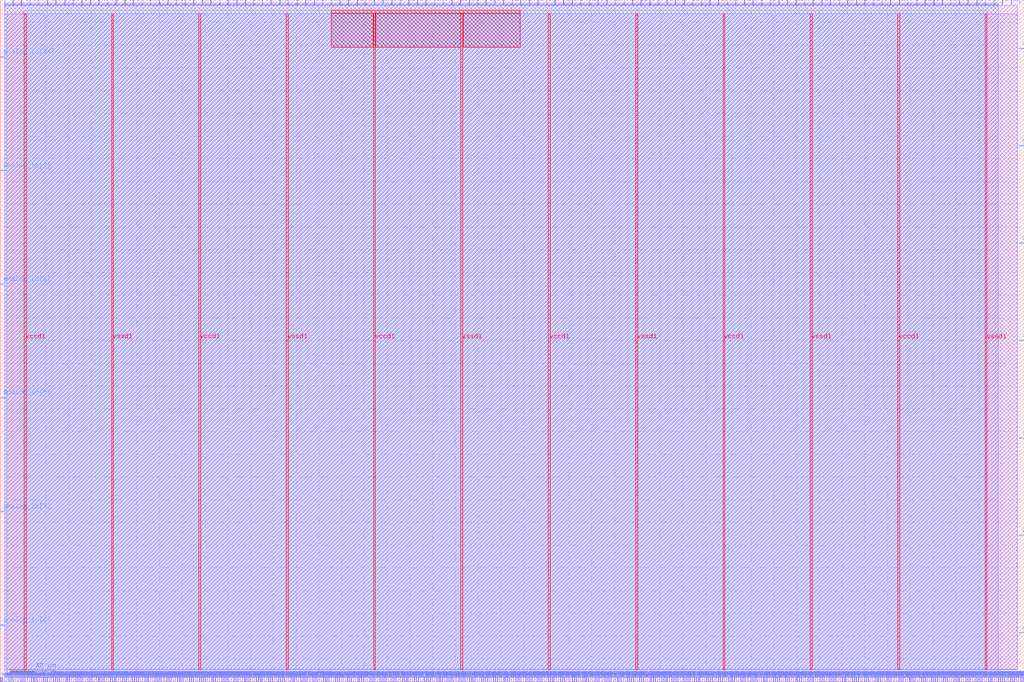
<source format=lef>
VERSION 5.7 ;
  NOWIREEXTENSIONATPIN ON ;
  DIVIDERCHAR "/" ;
  BUSBITCHARS "[]" ;
MACRO user_proj_example
  CLASS BLOCK ;
  FOREIGN user_proj_example ;
  ORIGIN 0.000 0.000 ;
  SIZE 900.000 BY 600.000 ;
  PIN analog_io[0]
    DIRECTION INOUT ;
    USE SIGNAL ;
    PORT
      LAYER met3 ;
        RECT 896.000 42.880 900.000 43.480 ;
    END
  END analog_io[0]
  PIN analog_io[10]
    DIRECTION INOUT ;
    USE SIGNAL ;
    PORT
      LAYER met2 ;
        RECT 880.990 596.000 881.270 600.000 ;
    END
  END analog_io[10]
  PIN analog_io[11]
    DIRECTION INOUT ;
    USE SIGNAL ;
    PORT
      LAYER met3 ;
        RECT 896.000 214.240 900.000 214.840 ;
    END
  END analog_io[11]
  PIN analog_io[12]
    DIRECTION INOUT ;
    USE SIGNAL ;
    PORT
      LAYER met3 ;
        RECT 896.000 299.920 900.000 300.520 ;
    END
  END analog_io[12]
  PIN analog_io[13]
    DIRECTION INOUT ;
    USE SIGNAL ;
    PORT
      LAYER met2 ;
        RECT 888.810 596.000 889.090 600.000 ;
    END
  END analog_io[13]
  PIN analog_io[14]
    DIRECTION INOUT ;
    USE SIGNAL ;
    PORT
      LAYER met3 ;
        RECT 896.000 385.600 900.000 386.200 ;
    END
  END analog_io[14]
  PIN analog_io[15]
    DIRECTION INOUT ;
    USE SIGNAL ;
    PORT
      LAYER met2 ;
        RECT 882.830 0.000 883.110 4.000 ;
    END
  END analog_io[15]
  PIN analog_io[16]
    DIRECTION INOUT ;
    USE SIGNAL ;
    PORT
      LAYER met2 ;
        RECT 896.170 596.000 896.450 600.000 ;
    END
  END analog_io[16]
  PIN analog_io[17]
    DIRECTION INOUT ;
    USE SIGNAL ;
    PORT
      LAYER met2 ;
        RECT 884.670 0.000 884.950 4.000 ;
    END
  END analog_io[17]
  PIN analog_io[18]
    DIRECTION INOUT ;
    USE SIGNAL ;
    PORT
      LAYER met2 ;
        RECT 886.050 0.000 886.330 4.000 ;
    END
  END analog_io[18]
  PIN analog_io[19]
    DIRECTION INOUT ;
    USE SIGNAL ;
    PORT
      LAYER met2 ;
        RECT 887.890 0.000 888.170 4.000 ;
    END
  END analog_io[19]
  PIN analog_io[1]
    DIRECTION INOUT ;
    USE SIGNAL ;
    PORT
      LAYER met2 ;
        RECT 865.810 596.000 866.090 600.000 ;
    END
  END analog_io[1]
  PIN analog_io[20]
    DIRECTION INOUT ;
    USE SIGNAL ;
    PORT
      LAYER met2 ;
        RECT 889.730 0.000 890.010 4.000 ;
    END
  END analog_io[20]
  PIN analog_io[21]
    DIRECTION INOUT ;
    USE SIGNAL ;
    PORT
      LAYER met2 ;
        RECT 891.570 0.000 891.850 4.000 ;
    END
  END analog_io[21]
  PIN analog_io[22]
    DIRECTION INOUT ;
    USE SIGNAL ;
    PORT
      LAYER met3 ;
        RECT 896.000 471.280 900.000 471.880 ;
    END
  END analog_io[22]
  PIN analog_io[23]
    DIRECTION INOUT ;
    USE SIGNAL ;
    PORT
      LAYER met3 ;
        RECT 896.000 556.960 900.000 557.560 ;
    END
  END analog_io[23]
  PIN analog_io[24]
    DIRECTION INOUT ;
    USE SIGNAL ;
    PORT
      LAYER met3 ;
        RECT 0.000 549.480 4.000 550.080 ;
    END
  END analog_io[24]
  PIN analog_io[25]
    DIRECTION INOUT ;
    USE SIGNAL ;
    PORT
      LAYER met2 ;
        RECT 893.410 0.000 893.690 4.000 ;
    END
  END analog_io[25]
  PIN analog_io[26]
    DIRECTION INOUT ;
    USE SIGNAL ;
    PORT
      LAYER met2 ;
        RECT 895.250 0.000 895.530 4.000 ;
    END
  END analog_io[26]
  PIN analog_io[27]
    DIRECTION INOUT ;
    USE SIGNAL ;
    PORT
      LAYER met2 ;
        RECT 897.090 0.000 897.370 4.000 ;
    END
  END analog_io[27]
  PIN analog_io[28]
    DIRECTION INOUT ;
    USE SIGNAL ;
    PORT
      LAYER met2 ;
        RECT 898.930 0.000 899.210 4.000 ;
    END
  END analog_io[28]
  PIN analog_io[2]
    DIRECTION INOUT ;
    USE SIGNAL ;
    PORT
      LAYER met3 ;
        RECT 0.000 49.680 4.000 50.280 ;
    END
  END analog_io[2]
  PIN analog_io[3]
    DIRECTION INOUT ;
    USE SIGNAL ;
    PORT
      LAYER met3 ;
        RECT 896.000 128.560 900.000 129.160 ;
    END
  END analog_io[3]
  PIN analog_io[4]
    DIRECTION INOUT ;
    USE SIGNAL ;
    PORT
      LAYER met3 ;
        RECT 0.000 149.640 4.000 150.240 ;
    END
  END analog_io[4]
  PIN analog_io[5]
    DIRECTION INOUT ;
    USE SIGNAL ;
    PORT
      LAYER met3 ;
        RECT 0.000 249.600 4.000 250.200 ;
    END
  END analog_io[5]
  PIN analog_io[6]
    DIRECTION INOUT ;
    USE SIGNAL ;
    PORT
      LAYER met3 ;
        RECT 0.000 349.560 4.000 350.160 ;
    END
  END analog_io[6]
  PIN analog_io[7]
    DIRECTION INOUT ;
    USE SIGNAL ;
    PORT
      LAYER met2 ;
        RECT 880.990 0.000 881.270 4.000 ;
    END
  END analog_io[7]
  PIN analog_io[8]
    DIRECTION INOUT ;
    USE SIGNAL ;
    PORT
      LAYER met2 ;
        RECT 873.630 596.000 873.910 600.000 ;
    END
  END analog_io[8]
  PIN analog_io[9]
    DIRECTION INOUT ;
    USE SIGNAL ;
    PORT
      LAYER met3 ;
        RECT 0.000 449.520 4.000 450.120 ;
    END
  END analog_io[9]
  PIN io_in[0]
    DIRECTION INPUT ;
    USE SIGNAL ;
    PORT
      LAYER met2 ;
        RECT 3.770 596.000 4.050 600.000 ;
    END
  END io_in[0]
  PIN io_in[10]
    DIRECTION INPUT ;
    USE SIGNAL ;
    PORT
      LAYER met2 ;
        RECT 230.550 596.000 230.830 600.000 ;
    END
  END io_in[10]
  PIN io_in[11]
    DIRECTION INPUT ;
    USE SIGNAL ;
    PORT
      LAYER met2 ;
        RECT 253.090 596.000 253.370 600.000 ;
    END
  END io_in[11]
  PIN io_in[12]
    DIRECTION INPUT ;
    USE SIGNAL ;
    PORT
      LAYER met2 ;
        RECT 276.090 596.000 276.370 600.000 ;
    END
  END io_in[12]
  PIN io_in[13]
    DIRECTION INPUT ;
    USE SIGNAL ;
    PORT
      LAYER met2 ;
        RECT 298.630 596.000 298.910 600.000 ;
    END
  END io_in[13]
  PIN io_in[14]
    DIRECTION INPUT ;
    USE SIGNAL ;
    PORT
      LAYER met2 ;
        RECT 321.170 596.000 321.450 600.000 ;
    END
  END io_in[14]
  PIN io_in[15]
    DIRECTION INPUT ;
    USE SIGNAL ;
    PORT
      LAYER met2 ;
        RECT 344.170 596.000 344.450 600.000 ;
    END
  END io_in[15]
  PIN io_in[16]
    DIRECTION INPUT ;
    USE SIGNAL ;
    PORT
      LAYER met2 ;
        RECT 366.710 596.000 366.990 600.000 ;
    END
  END io_in[16]
  PIN io_in[17]
    DIRECTION INPUT ;
    USE SIGNAL ;
    PORT
      LAYER met2 ;
        RECT 389.250 596.000 389.530 600.000 ;
    END
  END io_in[17]
  PIN io_in[18]
    DIRECTION INPUT ;
    USE SIGNAL ;
    PORT
      LAYER met2 ;
        RECT 412.250 596.000 412.530 600.000 ;
    END
  END io_in[18]
  PIN io_in[19]
    DIRECTION INPUT ;
    USE SIGNAL ;
    PORT
      LAYER met2 ;
        RECT 434.790 596.000 435.070 600.000 ;
    END
  END io_in[19]
  PIN io_in[1]
    DIRECTION INPUT ;
    USE SIGNAL ;
    PORT
      LAYER met2 ;
        RECT 26.310 596.000 26.590 600.000 ;
    END
  END io_in[1]
  PIN io_in[20]
    DIRECTION INPUT ;
    USE SIGNAL ;
    PORT
      LAYER met2 ;
        RECT 457.330 596.000 457.610 600.000 ;
    END
  END io_in[20]
  PIN io_in[21]
    DIRECTION INPUT ;
    USE SIGNAL ;
    PORT
      LAYER met2 ;
        RECT 480.330 596.000 480.610 600.000 ;
    END
  END io_in[21]
  PIN io_in[22]
    DIRECTION INPUT ;
    USE SIGNAL ;
    PORT
      LAYER met2 ;
        RECT 502.870 596.000 503.150 600.000 ;
    END
  END io_in[22]
  PIN io_in[23]
    DIRECTION INPUT ;
    USE SIGNAL ;
    PORT
      LAYER met2 ;
        RECT 525.410 596.000 525.690 600.000 ;
    END
  END io_in[23]
  PIN io_in[24]
    DIRECTION INPUT ;
    USE SIGNAL ;
    PORT
      LAYER met2 ;
        RECT 548.410 596.000 548.690 600.000 ;
    END
  END io_in[24]
  PIN io_in[25]
    DIRECTION INPUT ;
    USE SIGNAL ;
    PORT
      LAYER met2 ;
        RECT 570.950 596.000 571.230 600.000 ;
    END
  END io_in[25]
  PIN io_in[26]
    DIRECTION INPUT ;
    USE SIGNAL ;
    PORT
      LAYER met2 ;
        RECT 593.490 596.000 593.770 600.000 ;
    END
  END io_in[26]
  PIN io_in[27]
    DIRECTION INPUT ;
    USE SIGNAL ;
    PORT
      LAYER met2 ;
        RECT 616.490 596.000 616.770 600.000 ;
    END
  END io_in[27]
  PIN io_in[28]
    DIRECTION INPUT ;
    USE SIGNAL ;
    PORT
      LAYER met2 ;
        RECT 639.030 596.000 639.310 600.000 ;
    END
  END io_in[28]
  PIN io_in[29]
    DIRECTION INPUT ;
    USE SIGNAL ;
    PORT
      LAYER met2 ;
        RECT 661.570 596.000 661.850 600.000 ;
    END
  END io_in[29]
  PIN io_in[2]
    DIRECTION INPUT ;
    USE SIGNAL ;
    PORT
      LAYER met2 ;
        RECT 48.850 596.000 49.130 600.000 ;
    END
  END io_in[2]
  PIN io_in[30]
    DIRECTION INPUT ;
    USE SIGNAL ;
    PORT
      LAYER met2 ;
        RECT 684.570 596.000 684.850 600.000 ;
    END
  END io_in[30]
  PIN io_in[31]
    DIRECTION INPUT ;
    USE SIGNAL ;
    PORT
      LAYER met2 ;
        RECT 707.110 596.000 707.390 600.000 ;
    END
  END io_in[31]
  PIN io_in[32]
    DIRECTION INPUT ;
    USE SIGNAL ;
    PORT
      LAYER met2 ;
        RECT 729.650 596.000 729.930 600.000 ;
    END
  END io_in[32]
  PIN io_in[33]
    DIRECTION INPUT ;
    USE SIGNAL ;
    PORT
      LAYER met2 ;
        RECT 752.650 596.000 752.930 600.000 ;
    END
  END io_in[33]
  PIN io_in[34]
    DIRECTION INPUT ;
    USE SIGNAL ;
    PORT
      LAYER met2 ;
        RECT 775.190 596.000 775.470 600.000 ;
    END
  END io_in[34]
  PIN io_in[35]
    DIRECTION INPUT ;
    USE SIGNAL ;
    PORT
      LAYER met2 ;
        RECT 797.730 596.000 798.010 600.000 ;
    END
  END io_in[35]
  PIN io_in[36]
    DIRECTION INPUT ;
    USE SIGNAL ;
    PORT
      LAYER met2 ;
        RECT 820.730 596.000 821.010 600.000 ;
    END
  END io_in[36]
  PIN io_in[37]
    DIRECTION INPUT ;
    USE SIGNAL ;
    PORT
      LAYER met2 ;
        RECT 843.270 596.000 843.550 600.000 ;
    END
  END io_in[37]
  PIN io_in[3]
    DIRECTION INPUT ;
    USE SIGNAL ;
    PORT
      LAYER met2 ;
        RECT 71.850 596.000 72.130 600.000 ;
    END
  END io_in[3]
  PIN io_in[4]
    DIRECTION INPUT ;
    USE SIGNAL ;
    PORT
      LAYER met2 ;
        RECT 94.390 596.000 94.670 600.000 ;
    END
  END io_in[4]
  PIN io_in[5]
    DIRECTION INPUT ;
    USE SIGNAL ;
    PORT
      LAYER met2 ;
        RECT 116.930 596.000 117.210 600.000 ;
    END
  END io_in[5]
  PIN io_in[6]
    DIRECTION INPUT ;
    USE SIGNAL ;
    PORT
      LAYER met2 ;
        RECT 139.930 596.000 140.210 600.000 ;
    END
  END io_in[6]
  PIN io_in[7]
    DIRECTION INPUT ;
    USE SIGNAL ;
    PORT
      LAYER met2 ;
        RECT 162.470 596.000 162.750 600.000 ;
    END
  END io_in[7]
  PIN io_in[8]
    DIRECTION INPUT ;
    USE SIGNAL ;
    PORT
      LAYER met2 ;
        RECT 185.010 596.000 185.290 600.000 ;
    END
  END io_in[8]
  PIN io_in[9]
    DIRECTION INPUT ;
    USE SIGNAL ;
    PORT
      LAYER met2 ;
        RECT 208.010 596.000 208.290 600.000 ;
    END
  END io_in[9]
  PIN io_oeb[0]
    DIRECTION OUTPUT TRISTATE ;
    USE SIGNAL ;
    PORT
      LAYER met2 ;
        RECT 11.130 596.000 11.410 600.000 ;
    END
  END io_oeb[0]
  PIN io_oeb[10]
    DIRECTION OUTPUT TRISTATE ;
    USE SIGNAL ;
    PORT
      LAYER met2 ;
        RECT 237.910 596.000 238.190 600.000 ;
    END
  END io_oeb[10]
  PIN io_oeb[11]
    DIRECTION OUTPUT TRISTATE ;
    USE SIGNAL ;
    PORT
      LAYER met2 ;
        RECT 260.910 596.000 261.190 600.000 ;
    END
  END io_oeb[11]
  PIN io_oeb[12]
    DIRECTION OUTPUT TRISTATE ;
    USE SIGNAL ;
    PORT
      LAYER met2 ;
        RECT 283.450 596.000 283.730 600.000 ;
    END
  END io_oeb[12]
  PIN io_oeb[13]
    DIRECTION OUTPUT TRISTATE ;
    USE SIGNAL ;
    PORT
      LAYER met2 ;
        RECT 305.990 596.000 306.270 600.000 ;
    END
  END io_oeb[13]
  PIN io_oeb[14]
    DIRECTION OUTPUT TRISTATE ;
    USE SIGNAL ;
    PORT
      LAYER met2 ;
        RECT 328.990 596.000 329.270 600.000 ;
    END
  END io_oeb[14]
  PIN io_oeb[15]
    DIRECTION OUTPUT TRISTATE ;
    USE SIGNAL ;
    PORT
      LAYER met2 ;
        RECT 351.530 596.000 351.810 600.000 ;
    END
  END io_oeb[15]
  PIN io_oeb[16]
    DIRECTION OUTPUT TRISTATE ;
    USE SIGNAL ;
    PORT
      LAYER met2 ;
        RECT 374.070 596.000 374.350 600.000 ;
    END
  END io_oeb[16]
  PIN io_oeb[17]
    DIRECTION OUTPUT TRISTATE ;
    USE SIGNAL ;
    PORT
      LAYER met2 ;
        RECT 397.070 596.000 397.350 600.000 ;
    END
  END io_oeb[17]
  PIN io_oeb[18]
    DIRECTION OUTPUT TRISTATE ;
    USE SIGNAL ;
    PORT
      LAYER met2 ;
        RECT 419.610 596.000 419.890 600.000 ;
    END
  END io_oeb[18]
  PIN io_oeb[19]
    DIRECTION OUTPUT TRISTATE ;
    USE SIGNAL ;
    PORT
      LAYER met2 ;
        RECT 442.150 596.000 442.430 600.000 ;
    END
  END io_oeb[19]
  PIN io_oeb[1]
    DIRECTION OUTPUT TRISTATE ;
    USE SIGNAL ;
    PORT
      LAYER met2 ;
        RECT 33.670 596.000 33.950 600.000 ;
    END
  END io_oeb[1]
  PIN io_oeb[20]
    DIRECTION OUTPUT TRISTATE ;
    USE SIGNAL ;
    PORT
      LAYER met2 ;
        RECT 465.150 596.000 465.430 600.000 ;
    END
  END io_oeb[20]
  PIN io_oeb[21]
    DIRECTION OUTPUT TRISTATE ;
    USE SIGNAL ;
    PORT
      LAYER met2 ;
        RECT 487.690 596.000 487.970 600.000 ;
    END
  END io_oeb[21]
  PIN io_oeb[22]
    DIRECTION OUTPUT TRISTATE ;
    USE SIGNAL ;
    PORT
      LAYER met2 ;
        RECT 510.230 596.000 510.510 600.000 ;
    END
  END io_oeb[22]
  PIN io_oeb[23]
    DIRECTION OUTPUT TRISTATE ;
    USE SIGNAL ;
    PORT
      LAYER met2 ;
        RECT 533.230 596.000 533.510 600.000 ;
    END
  END io_oeb[23]
  PIN io_oeb[24]
    DIRECTION OUTPUT TRISTATE ;
    USE SIGNAL ;
    PORT
      LAYER met2 ;
        RECT 555.770 596.000 556.050 600.000 ;
    END
  END io_oeb[24]
  PIN io_oeb[25]
    DIRECTION OUTPUT TRISTATE ;
    USE SIGNAL ;
    PORT
      LAYER met2 ;
        RECT 578.310 596.000 578.590 600.000 ;
    END
  END io_oeb[25]
  PIN io_oeb[26]
    DIRECTION OUTPUT TRISTATE ;
    USE SIGNAL ;
    PORT
      LAYER met2 ;
        RECT 601.310 596.000 601.590 600.000 ;
    END
  END io_oeb[26]
  PIN io_oeb[27]
    DIRECTION OUTPUT TRISTATE ;
    USE SIGNAL ;
    PORT
      LAYER met2 ;
        RECT 623.850 596.000 624.130 600.000 ;
    END
  END io_oeb[27]
  PIN io_oeb[28]
    DIRECTION OUTPUT TRISTATE ;
    USE SIGNAL ;
    PORT
      LAYER met2 ;
        RECT 646.390 596.000 646.670 600.000 ;
    END
  END io_oeb[28]
  PIN io_oeb[29]
    DIRECTION OUTPUT TRISTATE ;
    USE SIGNAL ;
    PORT
      LAYER met2 ;
        RECT 669.390 596.000 669.670 600.000 ;
    END
  END io_oeb[29]
  PIN io_oeb[2]
    DIRECTION OUTPUT TRISTATE ;
    USE SIGNAL ;
    PORT
      LAYER met2 ;
        RECT 56.670 596.000 56.950 600.000 ;
    END
  END io_oeb[2]
  PIN io_oeb[30]
    DIRECTION OUTPUT TRISTATE ;
    USE SIGNAL ;
    PORT
      LAYER met2 ;
        RECT 691.930 596.000 692.210 600.000 ;
    END
  END io_oeb[30]
  PIN io_oeb[31]
    DIRECTION OUTPUT TRISTATE ;
    USE SIGNAL ;
    PORT
      LAYER met2 ;
        RECT 714.470 596.000 714.750 600.000 ;
    END
  END io_oeb[31]
  PIN io_oeb[32]
    DIRECTION OUTPUT TRISTATE ;
    USE SIGNAL ;
    PORT
      LAYER met2 ;
        RECT 737.470 596.000 737.750 600.000 ;
    END
  END io_oeb[32]
  PIN io_oeb[33]
    DIRECTION OUTPUT TRISTATE ;
    USE SIGNAL ;
    PORT
      LAYER met2 ;
        RECT 760.010 596.000 760.290 600.000 ;
    END
  END io_oeb[33]
  PIN io_oeb[34]
    DIRECTION OUTPUT TRISTATE ;
    USE SIGNAL ;
    PORT
      LAYER met2 ;
        RECT 782.550 596.000 782.830 600.000 ;
    END
  END io_oeb[34]
  PIN io_oeb[35]
    DIRECTION OUTPUT TRISTATE ;
    USE SIGNAL ;
    PORT
      LAYER met2 ;
        RECT 805.550 596.000 805.830 600.000 ;
    END
  END io_oeb[35]
  PIN io_oeb[36]
    DIRECTION OUTPUT TRISTATE ;
    USE SIGNAL ;
    PORT
      LAYER met2 ;
        RECT 828.090 596.000 828.370 600.000 ;
    END
  END io_oeb[36]
  PIN io_oeb[37]
    DIRECTION OUTPUT TRISTATE ;
    USE SIGNAL ;
    PORT
      LAYER met2 ;
        RECT 850.630 596.000 850.910 600.000 ;
    END
  END io_oeb[37]
  PIN io_oeb[3]
    DIRECTION OUTPUT TRISTATE ;
    USE SIGNAL ;
    PORT
      LAYER met2 ;
        RECT 79.210 596.000 79.490 600.000 ;
    END
  END io_oeb[3]
  PIN io_oeb[4]
    DIRECTION OUTPUT TRISTATE ;
    USE SIGNAL ;
    PORT
      LAYER met2 ;
        RECT 101.750 596.000 102.030 600.000 ;
    END
  END io_oeb[4]
  PIN io_oeb[5]
    DIRECTION OUTPUT TRISTATE ;
    USE SIGNAL ;
    PORT
      LAYER met2 ;
        RECT 124.750 596.000 125.030 600.000 ;
    END
  END io_oeb[5]
  PIN io_oeb[6]
    DIRECTION OUTPUT TRISTATE ;
    USE SIGNAL ;
    PORT
      LAYER met2 ;
        RECT 147.290 596.000 147.570 600.000 ;
    END
  END io_oeb[6]
  PIN io_oeb[7]
    DIRECTION OUTPUT TRISTATE ;
    USE SIGNAL ;
    PORT
      LAYER met2 ;
        RECT 169.830 596.000 170.110 600.000 ;
    END
  END io_oeb[7]
  PIN io_oeb[8]
    DIRECTION OUTPUT TRISTATE ;
    USE SIGNAL ;
    PORT
      LAYER met2 ;
        RECT 192.830 596.000 193.110 600.000 ;
    END
  END io_oeb[8]
  PIN io_oeb[9]
    DIRECTION OUTPUT TRISTATE ;
    USE SIGNAL ;
    PORT
      LAYER met2 ;
        RECT 215.370 596.000 215.650 600.000 ;
    END
  END io_oeb[9]
  PIN io_out[0]
    DIRECTION OUTPUT TRISTATE ;
    USE SIGNAL ;
    PORT
      LAYER met2 ;
        RECT 18.490 596.000 18.770 600.000 ;
    END
  END io_out[0]
  PIN io_out[10]
    DIRECTION OUTPUT TRISTATE ;
    USE SIGNAL ;
    PORT
      LAYER met2 ;
        RECT 245.730 596.000 246.010 600.000 ;
    END
  END io_out[10]
  PIN io_out[11]
    DIRECTION OUTPUT TRISTATE ;
    USE SIGNAL ;
    PORT
      LAYER met2 ;
        RECT 268.270 596.000 268.550 600.000 ;
    END
  END io_out[11]
  PIN io_out[12]
    DIRECTION OUTPUT TRISTATE ;
    USE SIGNAL ;
    PORT
      LAYER met2 ;
        RECT 290.810 596.000 291.090 600.000 ;
    END
  END io_out[12]
  PIN io_out[13]
    DIRECTION OUTPUT TRISTATE ;
    USE SIGNAL ;
    PORT
      LAYER met2 ;
        RECT 313.810 596.000 314.090 600.000 ;
    END
  END io_out[13]
  PIN io_out[14]
    DIRECTION OUTPUT TRISTATE ;
    USE SIGNAL ;
    PORT
      LAYER met2 ;
        RECT 336.350 596.000 336.630 600.000 ;
    END
  END io_out[14]
  PIN io_out[15]
    DIRECTION OUTPUT TRISTATE ;
    USE SIGNAL ;
    PORT
      LAYER met2 ;
        RECT 358.890 596.000 359.170 600.000 ;
    END
  END io_out[15]
  PIN io_out[16]
    DIRECTION OUTPUT TRISTATE ;
    USE SIGNAL ;
    PORT
      LAYER met2 ;
        RECT 381.890 596.000 382.170 600.000 ;
    END
  END io_out[16]
  PIN io_out[17]
    DIRECTION OUTPUT TRISTATE ;
    USE SIGNAL ;
    PORT
      LAYER met2 ;
        RECT 404.430 596.000 404.710 600.000 ;
    END
  END io_out[17]
  PIN io_out[18]
    DIRECTION OUTPUT TRISTATE ;
    USE SIGNAL ;
    PORT
      LAYER met2 ;
        RECT 426.970 596.000 427.250 600.000 ;
    END
  END io_out[18]
  PIN io_out[19]
    DIRECTION OUTPUT TRISTATE ;
    USE SIGNAL ;
    PORT
      LAYER met2 ;
        RECT 449.970 596.000 450.250 600.000 ;
    END
  END io_out[19]
  PIN io_out[1]
    DIRECTION OUTPUT TRISTATE ;
    USE SIGNAL ;
    PORT
      LAYER met2 ;
        RECT 41.490 596.000 41.770 600.000 ;
    END
  END io_out[1]
  PIN io_out[20]
    DIRECTION OUTPUT TRISTATE ;
    USE SIGNAL ;
    PORT
      LAYER met2 ;
        RECT 472.510 596.000 472.790 600.000 ;
    END
  END io_out[20]
  PIN io_out[21]
    DIRECTION OUTPUT TRISTATE ;
    USE SIGNAL ;
    PORT
      LAYER met2 ;
        RECT 495.050 596.000 495.330 600.000 ;
    END
  END io_out[21]
  PIN io_out[22]
    DIRECTION OUTPUT TRISTATE ;
    USE SIGNAL ;
    PORT
      LAYER met2 ;
        RECT 518.050 596.000 518.330 600.000 ;
    END
  END io_out[22]
  PIN io_out[23]
    DIRECTION OUTPUT TRISTATE ;
    USE SIGNAL ;
    PORT
      LAYER met2 ;
        RECT 540.590 596.000 540.870 600.000 ;
    END
  END io_out[23]
  PIN io_out[24]
    DIRECTION OUTPUT TRISTATE ;
    USE SIGNAL ;
    PORT
      LAYER met2 ;
        RECT 563.130 596.000 563.410 600.000 ;
    END
  END io_out[24]
  PIN io_out[25]
    DIRECTION OUTPUT TRISTATE ;
    USE SIGNAL ;
    PORT
      LAYER met2 ;
        RECT 586.130 596.000 586.410 600.000 ;
    END
  END io_out[25]
  PIN io_out[26]
    DIRECTION OUTPUT TRISTATE ;
    USE SIGNAL ;
    PORT
      LAYER met2 ;
        RECT 608.670 596.000 608.950 600.000 ;
    END
  END io_out[26]
  PIN io_out[27]
    DIRECTION OUTPUT TRISTATE ;
    USE SIGNAL ;
    PORT
      LAYER met2 ;
        RECT 631.210 596.000 631.490 600.000 ;
    END
  END io_out[27]
  PIN io_out[28]
    DIRECTION OUTPUT TRISTATE ;
    USE SIGNAL ;
    PORT
      LAYER met2 ;
        RECT 654.210 596.000 654.490 600.000 ;
    END
  END io_out[28]
  PIN io_out[29]
    DIRECTION OUTPUT TRISTATE ;
    USE SIGNAL ;
    PORT
      LAYER met2 ;
        RECT 676.750 596.000 677.030 600.000 ;
    END
  END io_out[29]
  PIN io_out[2]
    DIRECTION OUTPUT TRISTATE ;
    USE SIGNAL ;
    PORT
      LAYER met2 ;
        RECT 64.030 596.000 64.310 600.000 ;
    END
  END io_out[2]
  PIN io_out[30]
    DIRECTION OUTPUT TRISTATE ;
    USE SIGNAL ;
    PORT
      LAYER met2 ;
        RECT 699.290 596.000 699.570 600.000 ;
    END
  END io_out[30]
  PIN io_out[31]
    DIRECTION OUTPUT TRISTATE ;
    USE SIGNAL ;
    PORT
      LAYER met2 ;
        RECT 722.290 596.000 722.570 600.000 ;
    END
  END io_out[31]
  PIN io_out[32]
    DIRECTION OUTPUT TRISTATE ;
    USE SIGNAL ;
    PORT
      LAYER met2 ;
        RECT 744.830 596.000 745.110 600.000 ;
    END
  END io_out[32]
  PIN io_out[33]
    DIRECTION OUTPUT TRISTATE ;
    USE SIGNAL ;
    PORT
      LAYER met2 ;
        RECT 767.370 596.000 767.650 600.000 ;
    END
  END io_out[33]
  PIN io_out[34]
    DIRECTION OUTPUT TRISTATE ;
    USE SIGNAL ;
    PORT
      LAYER met2 ;
        RECT 790.370 596.000 790.650 600.000 ;
    END
  END io_out[34]
  PIN io_out[35]
    DIRECTION OUTPUT TRISTATE ;
    USE SIGNAL ;
    PORT
      LAYER met2 ;
        RECT 812.910 596.000 813.190 600.000 ;
    END
  END io_out[35]
  PIN io_out[36]
    DIRECTION OUTPUT TRISTATE ;
    USE SIGNAL ;
    PORT
      LAYER met2 ;
        RECT 835.450 596.000 835.730 600.000 ;
    END
  END io_out[36]
  PIN io_out[37]
    DIRECTION OUTPUT TRISTATE ;
    USE SIGNAL ;
    PORT
      LAYER met2 ;
        RECT 858.450 596.000 858.730 600.000 ;
    END
  END io_out[37]
  PIN io_out[3]
    DIRECTION OUTPUT TRISTATE ;
    USE SIGNAL ;
    PORT
      LAYER met2 ;
        RECT 86.570 596.000 86.850 600.000 ;
    END
  END io_out[3]
  PIN io_out[4]
    DIRECTION OUTPUT TRISTATE ;
    USE SIGNAL ;
    PORT
      LAYER met2 ;
        RECT 109.570 596.000 109.850 600.000 ;
    END
  END io_out[4]
  PIN io_out[5]
    DIRECTION OUTPUT TRISTATE ;
    USE SIGNAL ;
    PORT
      LAYER met2 ;
        RECT 132.110 596.000 132.390 600.000 ;
    END
  END io_out[5]
  PIN io_out[6]
    DIRECTION OUTPUT TRISTATE ;
    USE SIGNAL ;
    PORT
      LAYER met2 ;
        RECT 154.650 596.000 154.930 600.000 ;
    END
  END io_out[6]
  PIN io_out[7]
    DIRECTION OUTPUT TRISTATE ;
    USE SIGNAL ;
    PORT
      LAYER met2 ;
        RECT 177.650 596.000 177.930 600.000 ;
    END
  END io_out[7]
  PIN io_out[8]
    DIRECTION OUTPUT TRISTATE ;
    USE SIGNAL ;
    PORT
      LAYER met2 ;
        RECT 200.190 596.000 200.470 600.000 ;
    END
  END io_out[8]
  PIN io_out[9]
    DIRECTION OUTPUT TRISTATE ;
    USE SIGNAL ;
    PORT
      LAYER met2 ;
        RECT 222.730 596.000 223.010 600.000 ;
    END
  END io_out[9]
  PIN irq[0]
    DIRECTION OUTPUT TRISTATE ;
    USE SIGNAL ;
    PORT
      LAYER met2 ;
        RECT 873.630 0.000 873.910 4.000 ;
    END
  END irq[0]
  PIN irq[1]
    DIRECTION OUTPUT TRISTATE ;
    USE SIGNAL ;
    PORT
      LAYER met2 ;
        RECT 875.470 0.000 875.750 4.000 ;
    END
  END irq[1]
  PIN irq[2]
    DIRECTION OUTPUT TRISTATE ;
    USE SIGNAL ;
    PORT
      LAYER met2 ;
        RECT 877.310 0.000 877.590 4.000 ;
    END
  END irq[2]
  PIN la_data_in[0]
    DIRECTION INPUT ;
    USE SIGNAL ;
    PORT
      LAYER met2 ;
        RECT 189.150 0.000 189.430 4.000 ;
    END
  END la_data_in[0]
  PIN la_data_in[100]
    DIRECTION INPUT ;
    USE SIGNAL ;
    PORT
      LAYER met2 ;
        RECT 724.130 0.000 724.410 4.000 ;
    END
  END la_data_in[100]
  PIN la_data_in[101]
    DIRECTION INPUT ;
    USE SIGNAL ;
    PORT
      LAYER met2 ;
        RECT 729.190 0.000 729.470 4.000 ;
    END
  END la_data_in[101]
  PIN la_data_in[102]
    DIRECTION INPUT ;
    USE SIGNAL ;
    PORT
      LAYER met2 ;
        RECT 734.710 0.000 734.990 4.000 ;
    END
  END la_data_in[102]
  PIN la_data_in[103]
    DIRECTION INPUT ;
    USE SIGNAL ;
    PORT
      LAYER met2 ;
        RECT 740.230 0.000 740.510 4.000 ;
    END
  END la_data_in[103]
  PIN la_data_in[104]
    DIRECTION INPUT ;
    USE SIGNAL ;
    PORT
      LAYER met2 ;
        RECT 745.290 0.000 745.570 4.000 ;
    END
  END la_data_in[104]
  PIN la_data_in[105]
    DIRECTION INPUT ;
    USE SIGNAL ;
    PORT
      LAYER met2 ;
        RECT 750.810 0.000 751.090 4.000 ;
    END
  END la_data_in[105]
  PIN la_data_in[106]
    DIRECTION INPUT ;
    USE SIGNAL ;
    PORT
      LAYER met2 ;
        RECT 756.330 0.000 756.610 4.000 ;
    END
  END la_data_in[106]
  PIN la_data_in[107]
    DIRECTION INPUT ;
    USE SIGNAL ;
    PORT
      LAYER met2 ;
        RECT 761.390 0.000 761.670 4.000 ;
    END
  END la_data_in[107]
  PIN la_data_in[108]
    DIRECTION INPUT ;
    USE SIGNAL ;
    PORT
      LAYER met2 ;
        RECT 766.910 0.000 767.190 4.000 ;
    END
  END la_data_in[108]
  PIN la_data_in[109]
    DIRECTION INPUT ;
    USE SIGNAL ;
    PORT
      LAYER met2 ;
        RECT 771.970 0.000 772.250 4.000 ;
    END
  END la_data_in[109]
  PIN la_data_in[10]
    DIRECTION INPUT ;
    USE SIGNAL ;
    PORT
      LAYER met2 ;
        RECT 242.970 0.000 243.250 4.000 ;
    END
  END la_data_in[10]
  PIN la_data_in[110]
    DIRECTION INPUT ;
    USE SIGNAL ;
    PORT
      LAYER met2 ;
        RECT 777.490 0.000 777.770 4.000 ;
    END
  END la_data_in[110]
  PIN la_data_in[111]
    DIRECTION INPUT ;
    USE SIGNAL ;
    PORT
      LAYER met2 ;
        RECT 783.010 0.000 783.290 4.000 ;
    END
  END la_data_in[111]
  PIN la_data_in[112]
    DIRECTION INPUT ;
    USE SIGNAL ;
    PORT
      LAYER met2 ;
        RECT 788.070 0.000 788.350 4.000 ;
    END
  END la_data_in[112]
  PIN la_data_in[113]
    DIRECTION INPUT ;
    USE SIGNAL ;
    PORT
      LAYER met2 ;
        RECT 793.590 0.000 793.870 4.000 ;
    END
  END la_data_in[113]
  PIN la_data_in[114]
    DIRECTION INPUT ;
    USE SIGNAL ;
    PORT
      LAYER met2 ;
        RECT 799.110 0.000 799.390 4.000 ;
    END
  END la_data_in[114]
  PIN la_data_in[115]
    DIRECTION INPUT ;
    USE SIGNAL ;
    PORT
      LAYER met2 ;
        RECT 804.170 0.000 804.450 4.000 ;
    END
  END la_data_in[115]
  PIN la_data_in[116]
    DIRECTION INPUT ;
    USE SIGNAL ;
    PORT
      LAYER met2 ;
        RECT 809.690 0.000 809.970 4.000 ;
    END
  END la_data_in[116]
  PIN la_data_in[117]
    DIRECTION INPUT ;
    USE SIGNAL ;
    PORT
      LAYER met2 ;
        RECT 814.750 0.000 815.030 4.000 ;
    END
  END la_data_in[117]
  PIN la_data_in[118]
    DIRECTION INPUT ;
    USE SIGNAL ;
    PORT
      LAYER met2 ;
        RECT 820.270 0.000 820.550 4.000 ;
    END
  END la_data_in[118]
  PIN la_data_in[119]
    DIRECTION INPUT ;
    USE SIGNAL ;
    PORT
      LAYER met2 ;
        RECT 825.790 0.000 826.070 4.000 ;
    END
  END la_data_in[119]
  PIN la_data_in[11]
    DIRECTION INPUT ;
    USE SIGNAL ;
    PORT
      LAYER met2 ;
        RECT 248.030 0.000 248.310 4.000 ;
    END
  END la_data_in[11]
  PIN la_data_in[120]
    DIRECTION INPUT ;
    USE SIGNAL ;
    PORT
      LAYER met2 ;
        RECT 830.850 0.000 831.130 4.000 ;
    END
  END la_data_in[120]
  PIN la_data_in[121]
    DIRECTION INPUT ;
    USE SIGNAL ;
    PORT
      LAYER met2 ;
        RECT 836.370 0.000 836.650 4.000 ;
    END
  END la_data_in[121]
  PIN la_data_in[122]
    DIRECTION INPUT ;
    USE SIGNAL ;
    PORT
      LAYER met2 ;
        RECT 841.890 0.000 842.170 4.000 ;
    END
  END la_data_in[122]
  PIN la_data_in[123]
    DIRECTION INPUT ;
    USE SIGNAL ;
    PORT
      LAYER met2 ;
        RECT 846.950 0.000 847.230 4.000 ;
    END
  END la_data_in[123]
  PIN la_data_in[124]
    DIRECTION INPUT ;
    USE SIGNAL ;
    PORT
      LAYER met2 ;
        RECT 852.470 0.000 852.750 4.000 ;
    END
  END la_data_in[124]
  PIN la_data_in[125]
    DIRECTION INPUT ;
    USE SIGNAL ;
    PORT
      LAYER met2 ;
        RECT 857.530 0.000 857.810 4.000 ;
    END
  END la_data_in[125]
  PIN la_data_in[126]
    DIRECTION INPUT ;
    USE SIGNAL ;
    PORT
      LAYER met2 ;
        RECT 863.050 0.000 863.330 4.000 ;
    END
  END la_data_in[126]
  PIN la_data_in[127]
    DIRECTION INPUT ;
    USE SIGNAL ;
    PORT
      LAYER met2 ;
        RECT 868.570 0.000 868.850 4.000 ;
    END
  END la_data_in[127]
  PIN la_data_in[12]
    DIRECTION INPUT ;
    USE SIGNAL ;
    PORT
      LAYER met2 ;
        RECT 253.550 0.000 253.830 4.000 ;
    END
  END la_data_in[12]
  PIN la_data_in[13]
    DIRECTION INPUT ;
    USE SIGNAL ;
    PORT
      LAYER met2 ;
        RECT 258.610 0.000 258.890 4.000 ;
    END
  END la_data_in[13]
  PIN la_data_in[14]
    DIRECTION INPUT ;
    USE SIGNAL ;
    PORT
      LAYER met2 ;
        RECT 264.130 0.000 264.410 4.000 ;
    END
  END la_data_in[14]
  PIN la_data_in[15]
    DIRECTION INPUT ;
    USE SIGNAL ;
    PORT
      LAYER met2 ;
        RECT 269.650 0.000 269.930 4.000 ;
    END
  END la_data_in[15]
  PIN la_data_in[16]
    DIRECTION INPUT ;
    USE SIGNAL ;
    PORT
      LAYER met2 ;
        RECT 274.710 0.000 274.990 4.000 ;
    END
  END la_data_in[16]
  PIN la_data_in[17]
    DIRECTION INPUT ;
    USE SIGNAL ;
    PORT
      LAYER met2 ;
        RECT 280.230 0.000 280.510 4.000 ;
    END
  END la_data_in[17]
  PIN la_data_in[18]
    DIRECTION INPUT ;
    USE SIGNAL ;
    PORT
      LAYER met2 ;
        RECT 285.750 0.000 286.030 4.000 ;
    END
  END la_data_in[18]
  PIN la_data_in[19]
    DIRECTION INPUT ;
    USE SIGNAL ;
    PORT
      LAYER met2 ;
        RECT 290.810 0.000 291.090 4.000 ;
    END
  END la_data_in[19]
  PIN la_data_in[1]
    DIRECTION INPUT ;
    USE SIGNAL ;
    PORT
      LAYER met2 ;
        RECT 194.670 0.000 194.950 4.000 ;
    END
  END la_data_in[1]
  PIN la_data_in[20]
    DIRECTION INPUT ;
    USE SIGNAL ;
    PORT
      LAYER met2 ;
        RECT 296.330 0.000 296.610 4.000 ;
    END
  END la_data_in[20]
  PIN la_data_in[21]
    DIRECTION INPUT ;
    USE SIGNAL ;
    PORT
      LAYER met2 ;
        RECT 301.390 0.000 301.670 4.000 ;
    END
  END la_data_in[21]
  PIN la_data_in[22]
    DIRECTION INPUT ;
    USE SIGNAL ;
    PORT
      LAYER met2 ;
        RECT 306.910 0.000 307.190 4.000 ;
    END
  END la_data_in[22]
  PIN la_data_in[23]
    DIRECTION INPUT ;
    USE SIGNAL ;
    PORT
      LAYER met2 ;
        RECT 312.430 0.000 312.710 4.000 ;
    END
  END la_data_in[23]
  PIN la_data_in[24]
    DIRECTION INPUT ;
    USE SIGNAL ;
    PORT
      LAYER met2 ;
        RECT 317.490 0.000 317.770 4.000 ;
    END
  END la_data_in[24]
  PIN la_data_in[25]
    DIRECTION INPUT ;
    USE SIGNAL ;
    PORT
      LAYER met2 ;
        RECT 323.010 0.000 323.290 4.000 ;
    END
  END la_data_in[25]
  PIN la_data_in[26]
    DIRECTION INPUT ;
    USE SIGNAL ;
    PORT
      LAYER met2 ;
        RECT 328.530 0.000 328.810 4.000 ;
    END
  END la_data_in[26]
  PIN la_data_in[27]
    DIRECTION INPUT ;
    USE SIGNAL ;
    PORT
      LAYER met2 ;
        RECT 333.590 0.000 333.870 4.000 ;
    END
  END la_data_in[27]
  PIN la_data_in[28]
    DIRECTION INPUT ;
    USE SIGNAL ;
    PORT
      LAYER met2 ;
        RECT 339.110 0.000 339.390 4.000 ;
    END
  END la_data_in[28]
  PIN la_data_in[29]
    DIRECTION INPUT ;
    USE SIGNAL ;
    PORT
      LAYER met2 ;
        RECT 344.170 0.000 344.450 4.000 ;
    END
  END la_data_in[29]
  PIN la_data_in[2]
    DIRECTION INPUT ;
    USE SIGNAL ;
    PORT
      LAYER met2 ;
        RECT 200.190 0.000 200.470 4.000 ;
    END
  END la_data_in[2]
  PIN la_data_in[30]
    DIRECTION INPUT ;
    USE SIGNAL ;
    PORT
      LAYER met2 ;
        RECT 349.690 0.000 349.970 4.000 ;
    END
  END la_data_in[30]
  PIN la_data_in[31]
    DIRECTION INPUT ;
    USE SIGNAL ;
    PORT
      LAYER met2 ;
        RECT 355.210 0.000 355.490 4.000 ;
    END
  END la_data_in[31]
  PIN la_data_in[32]
    DIRECTION INPUT ;
    USE SIGNAL ;
    PORT
      LAYER met2 ;
        RECT 360.270 0.000 360.550 4.000 ;
    END
  END la_data_in[32]
  PIN la_data_in[33]
    DIRECTION INPUT ;
    USE SIGNAL ;
    PORT
      LAYER met2 ;
        RECT 365.790 0.000 366.070 4.000 ;
    END
  END la_data_in[33]
  PIN la_data_in[34]
    DIRECTION INPUT ;
    USE SIGNAL ;
    PORT
      LAYER met2 ;
        RECT 371.310 0.000 371.590 4.000 ;
    END
  END la_data_in[34]
  PIN la_data_in[35]
    DIRECTION INPUT ;
    USE SIGNAL ;
    PORT
      LAYER met2 ;
        RECT 376.370 0.000 376.650 4.000 ;
    END
  END la_data_in[35]
  PIN la_data_in[36]
    DIRECTION INPUT ;
    USE SIGNAL ;
    PORT
      LAYER met2 ;
        RECT 381.890 0.000 382.170 4.000 ;
    END
  END la_data_in[36]
  PIN la_data_in[37]
    DIRECTION INPUT ;
    USE SIGNAL ;
    PORT
      LAYER met2 ;
        RECT 386.950 0.000 387.230 4.000 ;
    END
  END la_data_in[37]
  PIN la_data_in[38]
    DIRECTION INPUT ;
    USE SIGNAL ;
    PORT
      LAYER met2 ;
        RECT 392.470 0.000 392.750 4.000 ;
    END
  END la_data_in[38]
  PIN la_data_in[39]
    DIRECTION INPUT ;
    USE SIGNAL ;
    PORT
      LAYER met2 ;
        RECT 397.990 0.000 398.270 4.000 ;
    END
  END la_data_in[39]
  PIN la_data_in[3]
    DIRECTION INPUT ;
    USE SIGNAL ;
    PORT
      LAYER met2 ;
        RECT 205.250 0.000 205.530 4.000 ;
    END
  END la_data_in[3]
  PIN la_data_in[40]
    DIRECTION INPUT ;
    USE SIGNAL ;
    PORT
      LAYER met2 ;
        RECT 403.050 0.000 403.330 4.000 ;
    END
  END la_data_in[40]
  PIN la_data_in[41]
    DIRECTION INPUT ;
    USE SIGNAL ;
    PORT
      LAYER met2 ;
        RECT 408.570 0.000 408.850 4.000 ;
    END
  END la_data_in[41]
  PIN la_data_in[42]
    DIRECTION INPUT ;
    USE SIGNAL ;
    PORT
      LAYER met2 ;
        RECT 414.090 0.000 414.370 4.000 ;
    END
  END la_data_in[42]
  PIN la_data_in[43]
    DIRECTION INPUT ;
    USE SIGNAL ;
    PORT
      LAYER met2 ;
        RECT 419.150 0.000 419.430 4.000 ;
    END
  END la_data_in[43]
  PIN la_data_in[44]
    DIRECTION INPUT ;
    USE SIGNAL ;
    PORT
      LAYER met2 ;
        RECT 424.670 0.000 424.950 4.000 ;
    END
  END la_data_in[44]
  PIN la_data_in[45]
    DIRECTION INPUT ;
    USE SIGNAL ;
    PORT
      LAYER met2 ;
        RECT 429.730 0.000 430.010 4.000 ;
    END
  END la_data_in[45]
  PIN la_data_in[46]
    DIRECTION INPUT ;
    USE SIGNAL ;
    PORT
      LAYER met2 ;
        RECT 435.250 0.000 435.530 4.000 ;
    END
  END la_data_in[46]
  PIN la_data_in[47]
    DIRECTION INPUT ;
    USE SIGNAL ;
    PORT
      LAYER met2 ;
        RECT 440.770 0.000 441.050 4.000 ;
    END
  END la_data_in[47]
  PIN la_data_in[48]
    DIRECTION INPUT ;
    USE SIGNAL ;
    PORT
      LAYER met2 ;
        RECT 445.830 0.000 446.110 4.000 ;
    END
  END la_data_in[48]
  PIN la_data_in[49]
    DIRECTION INPUT ;
    USE SIGNAL ;
    PORT
      LAYER met2 ;
        RECT 451.350 0.000 451.630 4.000 ;
    END
  END la_data_in[49]
  PIN la_data_in[4]
    DIRECTION INPUT ;
    USE SIGNAL ;
    PORT
      LAYER met2 ;
        RECT 210.770 0.000 211.050 4.000 ;
    END
  END la_data_in[4]
  PIN la_data_in[50]
    DIRECTION INPUT ;
    USE SIGNAL ;
    PORT
      LAYER met2 ;
        RECT 456.870 0.000 457.150 4.000 ;
    END
  END la_data_in[50]
  PIN la_data_in[51]
    DIRECTION INPUT ;
    USE SIGNAL ;
    PORT
      LAYER met2 ;
        RECT 461.930 0.000 462.210 4.000 ;
    END
  END la_data_in[51]
  PIN la_data_in[52]
    DIRECTION INPUT ;
    USE SIGNAL ;
    PORT
      LAYER met2 ;
        RECT 467.450 0.000 467.730 4.000 ;
    END
  END la_data_in[52]
  PIN la_data_in[53]
    DIRECTION INPUT ;
    USE SIGNAL ;
    PORT
      LAYER met2 ;
        RECT 472.510 0.000 472.790 4.000 ;
    END
  END la_data_in[53]
  PIN la_data_in[54]
    DIRECTION INPUT ;
    USE SIGNAL ;
    PORT
      LAYER met2 ;
        RECT 478.030 0.000 478.310 4.000 ;
    END
  END la_data_in[54]
  PIN la_data_in[55]
    DIRECTION INPUT ;
    USE SIGNAL ;
    PORT
      LAYER met2 ;
        RECT 483.550 0.000 483.830 4.000 ;
    END
  END la_data_in[55]
  PIN la_data_in[56]
    DIRECTION INPUT ;
    USE SIGNAL ;
    PORT
      LAYER met2 ;
        RECT 488.610 0.000 488.890 4.000 ;
    END
  END la_data_in[56]
  PIN la_data_in[57]
    DIRECTION INPUT ;
    USE SIGNAL ;
    PORT
      LAYER met2 ;
        RECT 494.130 0.000 494.410 4.000 ;
    END
  END la_data_in[57]
  PIN la_data_in[58]
    DIRECTION INPUT ;
    USE SIGNAL ;
    PORT
      LAYER met2 ;
        RECT 499.650 0.000 499.930 4.000 ;
    END
  END la_data_in[58]
  PIN la_data_in[59]
    DIRECTION INPUT ;
    USE SIGNAL ;
    PORT
      LAYER met2 ;
        RECT 504.710 0.000 504.990 4.000 ;
    END
  END la_data_in[59]
  PIN la_data_in[5]
    DIRECTION INPUT ;
    USE SIGNAL ;
    PORT
      LAYER met2 ;
        RECT 215.830 0.000 216.110 4.000 ;
    END
  END la_data_in[5]
  PIN la_data_in[60]
    DIRECTION INPUT ;
    USE SIGNAL ;
    PORT
      LAYER met2 ;
        RECT 510.230 0.000 510.510 4.000 ;
    END
  END la_data_in[60]
  PIN la_data_in[61]
    DIRECTION INPUT ;
    USE SIGNAL ;
    PORT
      LAYER met2 ;
        RECT 515.290 0.000 515.570 4.000 ;
    END
  END la_data_in[61]
  PIN la_data_in[62]
    DIRECTION INPUT ;
    USE SIGNAL ;
    PORT
      LAYER met2 ;
        RECT 520.810 0.000 521.090 4.000 ;
    END
  END la_data_in[62]
  PIN la_data_in[63]
    DIRECTION INPUT ;
    USE SIGNAL ;
    PORT
      LAYER met2 ;
        RECT 526.330 0.000 526.610 4.000 ;
    END
  END la_data_in[63]
  PIN la_data_in[64]
    DIRECTION INPUT ;
    USE SIGNAL ;
    PORT
      LAYER met2 ;
        RECT 531.390 0.000 531.670 4.000 ;
    END
  END la_data_in[64]
  PIN la_data_in[65]
    DIRECTION INPUT ;
    USE SIGNAL ;
    PORT
      LAYER met2 ;
        RECT 536.910 0.000 537.190 4.000 ;
    END
  END la_data_in[65]
  PIN la_data_in[66]
    DIRECTION INPUT ;
    USE SIGNAL ;
    PORT
      LAYER met2 ;
        RECT 542.430 0.000 542.710 4.000 ;
    END
  END la_data_in[66]
  PIN la_data_in[67]
    DIRECTION INPUT ;
    USE SIGNAL ;
    PORT
      LAYER met2 ;
        RECT 547.490 0.000 547.770 4.000 ;
    END
  END la_data_in[67]
  PIN la_data_in[68]
    DIRECTION INPUT ;
    USE SIGNAL ;
    PORT
      LAYER met2 ;
        RECT 553.010 0.000 553.290 4.000 ;
    END
  END la_data_in[68]
  PIN la_data_in[69]
    DIRECTION INPUT ;
    USE SIGNAL ;
    PORT
      LAYER met2 ;
        RECT 558.070 0.000 558.350 4.000 ;
    END
  END la_data_in[69]
  PIN la_data_in[6]
    DIRECTION INPUT ;
    USE SIGNAL ;
    PORT
      LAYER met2 ;
        RECT 221.350 0.000 221.630 4.000 ;
    END
  END la_data_in[6]
  PIN la_data_in[70]
    DIRECTION INPUT ;
    USE SIGNAL ;
    PORT
      LAYER met2 ;
        RECT 563.590 0.000 563.870 4.000 ;
    END
  END la_data_in[70]
  PIN la_data_in[71]
    DIRECTION INPUT ;
    USE SIGNAL ;
    PORT
      LAYER met2 ;
        RECT 569.110 0.000 569.390 4.000 ;
    END
  END la_data_in[71]
  PIN la_data_in[72]
    DIRECTION INPUT ;
    USE SIGNAL ;
    PORT
      LAYER met2 ;
        RECT 574.170 0.000 574.450 4.000 ;
    END
  END la_data_in[72]
  PIN la_data_in[73]
    DIRECTION INPUT ;
    USE SIGNAL ;
    PORT
      LAYER met2 ;
        RECT 579.690 0.000 579.970 4.000 ;
    END
  END la_data_in[73]
  PIN la_data_in[74]
    DIRECTION INPUT ;
    USE SIGNAL ;
    PORT
      LAYER met2 ;
        RECT 585.210 0.000 585.490 4.000 ;
    END
  END la_data_in[74]
  PIN la_data_in[75]
    DIRECTION INPUT ;
    USE SIGNAL ;
    PORT
      LAYER met2 ;
        RECT 590.270 0.000 590.550 4.000 ;
    END
  END la_data_in[75]
  PIN la_data_in[76]
    DIRECTION INPUT ;
    USE SIGNAL ;
    PORT
      LAYER met2 ;
        RECT 595.790 0.000 596.070 4.000 ;
    END
  END la_data_in[76]
  PIN la_data_in[77]
    DIRECTION INPUT ;
    USE SIGNAL ;
    PORT
      LAYER met2 ;
        RECT 600.850 0.000 601.130 4.000 ;
    END
  END la_data_in[77]
  PIN la_data_in[78]
    DIRECTION INPUT ;
    USE SIGNAL ;
    PORT
      LAYER met2 ;
        RECT 606.370 0.000 606.650 4.000 ;
    END
  END la_data_in[78]
  PIN la_data_in[79]
    DIRECTION INPUT ;
    USE SIGNAL ;
    PORT
      LAYER met2 ;
        RECT 611.890 0.000 612.170 4.000 ;
    END
  END la_data_in[79]
  PIN la_data_in[7]
    DIRECTION INPUT ;
    USE SIGNAL ;
    PORT
      LAYER met2 ;
        RECT 226.870 0.000 227.150 4.000 ;
    END
  END la_data_in[7]
  PIN la_data_in[80]
    DIRECTION INPUT ;
    USE SIGNAL ;
    PORT
      LAYER met2 ;
        RECT 616.950 0.000 617.230 4.000 ;
    END
  END la_data_in[80]
  PIN la_data_in[81]
    DIRECTION INPUT ;
    USE SIGNAL ;
    PORT
      LAYER met2 ;
        RECT 622.470 0.000 622.750 4.000 ;
    END
  END la_data_in[81]
  PIN la_data_in[82]
    DIRECTION INPUT ;
    USE SIGNAL ;
    PORT
      LAYER met2 ;
        RECT 627.990 0.000 628.270 4.000 ;
    END
  END la_data_in[82]
  PIN la_data_in[83]
    DIRECTION INPUT ;
    USE SIGNAL ;
    PORT
      LAYER met2 ;
        RECT 633.050 0.000 633.330 4.000 ;
    END
  END la_data_in[83]
  PIN la_data_in[84]
    DIRECTION INPUT ;
    USE SIGNAL ;
    PORT
      LAYER met2 ;
        RECT 638.570 0.000 638.850 4.000 ;
    END
  END la_data_in[84]
  PIN la_data_in[85]
    DIRECTION INPUT ;
    USE SIGNAL ;
    PORT
      LAYER met2 ;
        RECT 643.630 0.000 643.910 4.000 ;
    END
  END la_data_in[85]
  PIN la_data_in[86]
    DIRECTION INPUT ;
    USE SIGNAL ;
    PORT
      LAYER met2 ;
        RECT 649.150 0.000 649.430 4.000 ;
    END
  END la_data_in[86]
  PIN la_data_in[87]
    DIRECTION INPUT ;
    USE SIGNAL ;
    PORT
      LAYER met2 ;
        RECT 654.670 0.000 654.950 4.000 ;
    END
  END la_data_in[87]
  PIN la_data_in[88]
    DIRECTION INPUT ;
    USE SIGNAL ;
    PORT
      LAYER met2 ;
        RECT 659.730 0.000 660.010 4.000 ;
    END
  END la_data_in[88]
  PIN la_data_in[89]
    DIRECTION INPUT ;
    USE SIGNAL ;
    PORT
      LAYER met2 ;
        RECT 665.250 0.000 665.530 4.000 ;
    END
  END la_data_in[89]
  PIN la_data_in[8]
    DIRECTION INPUT ;
    USE SIGNAL ;
    PORT
      LAYER met2 ;
        RECT 231.930 0.000 232.210 4.000 ;
    END
  END la_data_in[8]
  PIN la_data_in[90]
    DIRECTION INPUT ;
    USE SIGNAL ;
    PORT
      LAYER met2 ;
        RECT 670.770 0.000 671.050 4.000 ;
    END
  END la_data_in[90]
  PIN la_data_in[91]
    DIRECTION INPUT ;
    USE SIGNAL ;
    PORT
      LAYER met2 ;
        RECT 675.830 0.000 676.110 4.000 ;
    END
  END la_data_in[91]
  PIN la_data_in[92]
    DIRECTION INPUT ;
    USE SIGNAL ;
    PORT
      LAYER met2 ;
        RECT 681.350 0.000 681.630 4.000 ;
    END
  END la_data_in[92]
  PIN la_data_in[93]
    DIRECTION INPUT ;
    USE SIGNAL ;
    PORT
      LAYER met2 ;
        RECT 686.410 0.000 686.690 4.000 ;
    END
  END la_data_in[93]
  PIN la_data_in[94]
    DIRECTION INPUT ;
    USE SIGNAL ;
    PORT
      LAYER met2 ;
        RECT 691.930 0.000 692.210 4.000 ;
    END
  END la_data_in[94]
  PIN la_data_in[95]
    DIRECTION INPUT ;
    USE SIGNAL ;
    PORT
      LAYER met2 ;
        RECT 697.450 0.000 697.730 4.000 ;
    END
  END la_data_in[95]
  PIN la_data_in[96]
    DIRECTION INPUT ;
    USE SIGNAL ;
    PORT
      LAYER met2 ;
        RECT 702.510 0.000 702.790 4.000 ;
    END
  END la_data_in[96]
  PIN la_data_in[97]
    DIRECTION INPUT ;
    USE SIGNAL ;
    PORT
      LAYER met2 ;
        RECT 708.030 0.000 708.310 4.000 ;
    END
  END la_data_in[97]
  PIN la_data_in[98]
    DIRECTION INPUT ;
    USE SIGNAL ;
    PORT
      LAYER met2 ;
        RECT 713.550 0.000 713.830 4.000 ;
    END
  END la_data_in[98]
  PIN la_data_in[99]
    DIRECTION INPUT ;
    USE SIGNAL ;
    PORT
      LAYER met2 ;
        RECT 718.610 0.000 718.890 4.000 ;
    END
  END la_data_in[99]
  PIN la_data_in[9]
    DIRECTION INPUT ;
    USE SIGNAL ;
    PORT
      LAYER met2 ;
        RECT 237.450 0.000 237.730 4.000 ;
    END
  END la_data_in[9]
  PIN la_data_out[0]
    DIRECTION OUTPUT TRISTATE ;
    USE SIGNAL ;
    PORT
      LAYER met2 ;
        RECT 190.990 0.000 191.270 4.000 ;
    END
  END la_data_out[0]
  PIN la_data_out[100]
    DIRECTION OUTPUT TRISTATE ;
    USE SIGNAL ;
    PORT
      LAYER met2 ;
        RECT 725.970 0.000 726.250 4.000 ;
    END
  END la_data_out[100]
  PIN la_data_out[101]
    DIRECTION OUTPUT TRISTATE ;
    USE SIGNAL ;
    PORT
      LAYER met2 ;
        RECT 731.030 0.000 731.310 4.000 ;
    END
  END la_data_out[101]
  PIN la_data_out[102]
    DIRECTION OUTPUT TRISTATE ;
    USE SIGNAL ;
    PORT
      LAYER met2 ;
        RECT 736.550 0.000 736.830 4.000 ;
    END
  END la_data_out[102]
  PIN la_data_out[103]
    DIRECTION OUTPUT TRISTATE ;
    USE SIGNAL ;
    PORT
      LAYER met2 ;
        RECT 742.070 0.000 742.350 4.000 ;
    END
  END la_data_out[103]
  PIN la_data_out[104]
    DIRECTION OUTPUT TRISTATE ;
    USE SIGNAL ;
    PORT
      LAYER met2 ;
        RECT 747.130 0.000 747.410 4.000 ;
    END
  END la_data_out[104]
  PIN la_data_out[105]
    DIRECTION OUTPUT TRISTATE ;
    USE SIGNAL ;
    PORT
      LAYER met2 ;
        RECT 752.650 0.000 752.930 4.000 ;
    END
  END la_data_out[105]
  PIN la_data_out[106]
    DIRECTION OUTPUT TRISTATE ;
    USE SIGNAL ;
    PORT
      LAYER met2 ;
        RECT 757.710 0.000 757.990 4.000 ;
    END
  END la_data_out[106]
  PIN la_data_out[107]
    DIRECTION OUTPUT TRISTATE ;
    USE SIGNAL ;
    PORT
      LAYER met2 ;
        RECT 763.230 0.000 763.510 4.000 ;
    END
  END la_data_out[107]
  PIN la_data_out[108]
    DIRECTION OUTPUT TRISTATE ;
    USE SIGNAL ;
    PORT
      LAYER met2 ;
        RECT 768.750 0.000 769.030 4.000 ;
    END
  END la_data_out[108]
  PIN la_data_out[109]
    DIRECTION OUTPUT TRISTATE ;
    USE SIGNAL ;
    PORT
      LAYER met2 ;
        RECT 773.810 0.000 774.090 4.000 ;
    END
  END la_data_out[109]
  PIN la_data_out[10]
    DIRECTION OUTPUT TRISTATE ;
    USE SIGNAL ;
    PORT
      LAYER met2 ;
        RECT 244.350 0.000 244.630 4.000 ;
    END
  END la_data_out[10]
  PIN la_data_out[110]
    DIRECTION OUTPUT TRISTATE ;
    USE SIGNAL ;
    PORT
      LAYER met2 ;
        RECT 779.330 0.000 779.610 4.000 ;
    END
  END la_data_out[110]
  PIN la_data_out[111]
    DIRECTION OUTPUT TRISTATE ;
    USE SIGNAL ;
    PORT
      LAYER met2 ;
        RECT 784.850 0.000 785.130 4.000 ;
    END
  END la_data_out[111]
  PIN la_data_out[112]
    DIRECTION OUTPUT TRISTATE ;
    USE SIGNAL ;
    PORT
      LAYER met2 ;
        RECT 789.910 0.000 790.190 4.000 ;
    END
  END la_data_out[112]
  PIN la_data_out[113]
    DIRECTION OUTPUT TRISTATE ;
    USE SIGNAL ;
    PORT
      LAYER met2 ;
        RECT 795.430 0.000 795.710 4.000 ;
    END
  END la_data_out[113]
  PIN la_data_out[114]
    DIRECTION OUTPUT TRISTATE ;
    USE SIGNAL ;
    PORT
      LAYER met2 ;
        RECT 800.490 0.000 800.770 4.000 ;
    END
  END la_data_out[114]
  PIN la_data_out[115]
    DIRECTION OUTPUT TRISTATE ;
    USE SIGNAL ;
    PORT
      LAYER met2 ;
        RECT 806.010 0.000 806.290 4.000 ;
    END
  END la_data_out[115]
  PIN la_data_out[116]
    DIRECTION OUTPUT TRISTATE ;
    USE SIGNAL ;
    PORT
      LAYER met2 ;
        RECT 811.530 0.000 811.810 4.000 ;
    END
  END la_data_out[116]
  PIN la_data_out[117]
    DIRECTION OUTPUT TRISTATE ;
    USE SIGNAL ;
    PORT
      LAYER met2 ;
        RECT 816.590 0.000 816.870 4.000 ;
    END
  END la_data_out[117]
  PIN la_data_out[118]
    DIRECTION OUTPUT TRISTATE ;
    USE SIGNAL ;
    PORT
      LAYER met2 ;
        RECT 822.110 0.000 822.390 4.000 ;
    END
  END la_data_out[118]
  PIN la_data_out[119]
    DIRECTION OUTPUT TRISTATE ;
    USE SIGNAL ;
    PORT
      LAYER met2 ;
        RECT 827.630 0.000 827.910 4.000 ;
    END
  END la_data_out[119]
  PIN la_data_out[11]
    DIRECTION OUTPUT TRISTATE ;
    USE SIGNAL ;
    PORT
      LAYER met2 ;
        RECT 249.870 0.000 250.150 4.000 ;
    END
  END la_data_out[11]
  PIN la_data_out[120]
    DIRECTION OUTPUT TRISTATE ;
    USE SIGNAL ;
    PORT
      LAYER met2 ;
        RECT 832.690 0.000 832.970 4.000 ;
    END
  END la_data_out[120]
  PIN la_data_out[121]
    DIRECTION OUTPUT TRISTATE ;
    USE SIGNAL ;
    PORT
      LAYER met2 ;
        RECT 838.210 0.000 838.490 4.000 ;
    END
  END la_data_out[121]
  PIN la_data_out[122]
    DIRECTION OUTPUT TRISTATE ;
    USE SIGNAL ;
    PORT
      LAYER met2 ;
        RECT 843.270 0.000 843.550 4.000 ;
    END
  END la_data_out[122]
  PIN la_data_out[123]
    DIRECTION OUTPUT TRISTATE ;
    USE SIGNAL ;
    PORT
      LAYER met2 ;
        RECT 848.790 0.000 849.070 4.000 ;
    END
  END la_data_out[123]
  PIN la_data_out[124]
    DIRECTION OUTPUT TRISTATE ;
    USE SIGNAL ;
    PORT
      LAYER met2 ;
        RECT 854.310 0.000 854.590 4.000 ;
    END
  END la_data_out[124]
  PIN la_data_out[125]
    DIRECTION OUTPUT TRISTATE ;
    USE SIGNAL ;
    PORT
      LAYER met2 ;
        RECT 859.370 0.000 859.650 4.000 ;
    END
  END la_data_out[125]
  PIN la_data_out[126]
    DIRECTION OUTPUT TRISTATE ;
    USE SIGNAL ;
    PORT
      LAYER met2 ;
        RECT 864.890 0.000 865.170 4.000 ;
    END
  END la_data_out[126]
  PIN la_data_out[127]
    DIRECTION OUTPUT TRISTATE ;
    USE SIGNAL ;
    PORT
      LAYER met2 ;
        RECT 870.410 0.000 870.690 4.000 ;
    END
  END la_data_out[127]
  PIN la_data_out[12]
    DIRECTION OUTPUT TRISTATE ;
    USE SIGNAL ;
    PORT
      LAYER met2 ;
        RECT 255.390 0.000 255.670 4.000 ;
    END
  END la_data_out[12]
  PIN la_data_out[13]
    DIRECTION OUTPUT TRISTATE ;
    USE SIGNAL ;
    PORT
      LAYER met2 ;
        RECT 260.450 0.000 260.730 4.000 ;
    END
  END la_data_out[13]
  PIN la_data_out[14]
    DIRECTION OUTPUT TRISTATE ;
    USE SIGNAL ;
    PORT
      LAYER met2 ;
        RECT 265.970 0.000 266.250 4.000 ;
    END
  END la_data_out[14]
  PIN la_data_out[15]
    DIRECTION OUTPUT TRISTATE ;
    USE SIGNAL ;
    PORT
      LAYER met2 ;
        RECT 271.490 0.000 271.770 4.000 ;
    END
  END la_data_out[15]
  PIN la_data_out[16]
    DIRECTION OUTPUT TRISTATE ;
    USE SIGNAL ;
    PORT
      LAYER met2 ;
        RECT 276.550 0.000 276.830 4.000 ;
    END
  END la_data_out[16]
  PIN la_data_out[17]
    DIRECTION OUTPUT TRISTATE ;
    USE SIGNAL ;
    PORT
      LAYER met2 ;
        RECT 282.070 0.000 282.350 4.000 ;
    END
  END la_data_out[17]
  PIN la_data_out[18]
    DIRECTION OUTPUT TRISTATE ;
    USE SIGNAL ;
    PORT
      LAYER met2 ;
        RECT 287.130 0.000 287.410 4.000 ;
    END
  END la_data_out[18]
  PIN la_data_out[19]
    DIRECTION OUTPUT TRISTATE ;
    USE SIGNAL ;
    PORT
      LAYER met2 ;
        RECT 292.650 0.000 292.930 4.000 ;
    END
  END la_data_out[19]
  PIN la_data_out[1]
    DIRECTION OUTPUT TRISTATE ;
    USE SIGNAL ;
    PORT
      LAYER met2 ;
        RECT 196.510 0.000 196.790 4.000 ;
    END
  END la_data_out[1]
  PIN la_data_out[20]
    DIRECTION OUTPUT TRISTATE ;
    USE SIGNAL ;
    PORT
      LAYER met2 ;
        RECT 298.170 0.000 298.450 4.000 ;
    END
  END la_data_out[20]
  PIN la_data_out[21]
    DIRECTION OUTPUT TRISTATE ;
    USE SIGNAL ;
    PORT
      LAYER met2 ;
        RECT 303.230 0.000 303.510 4.000 ;
    END
  END la_data_out[21]
  PIN la_data_out[22]
    DIRECTION OUTPUT TRISTATE ;
    USE SIGNAL ;
    PORT
      LAYER met2 ;
        RECT 308.750 0.000 309.030 4.000 ;
    END
  END la_data_out[22]
  PIN la_data_out[23]
    DIRECTION OUTPUT TRISTATE ;
    USE SIGNAL ;
    PORT
      LAYER met2 ;
        RECT 314.270 0.000 314.550 4.000 ;
    END
  END la_data_out[23]
  PIN la_data_out[24]
    DIRECTION OUTPUT TRISTATE ;
    USE SIGNAL ;
    PORT
      LAYER met2 ;
        RECT 319.330 0.000 319.610 4.000 ;
    END
  END la_data_out[24]
  PIN la_data_out[25]
    DIRECTION OUTPUT TRISTATE ;
    USE SIGNAL ;
    PORT
      LAYER met2 ;
        RECT 324.850 0.000 325.130 4.000 ;
    END
  END la_data_out[25]
  PIN la_data_out[26]
    DIRECTION OUTPUT TRISTATE ;
    USE SIGNAL ;
    PORT
      LAYER met2 ;
        RECT 329.910 0.000 330.190 4.000 ;
    END
  END la_data_out[26]
  PIN la_data_out[27]
    DIRECTION OUTPUT TRISTATE ;
    USE SIGNAL ;
    PORT
      LAYER met2 ;
        RECT 335.430 0.000 335.710 4.000 ;
    END
  END la_data_out[27]
  PIN la_data_out[28]
    DIRECTION OUTPUT TRISTATE ;
    USE SIGNAL ;
    PORT
      LAYER met2 ;
        RECT 340.950 0.000 341.230 4.000 ;
    END
  END la_data_out[28]
  PIN la_data_out[29]
    DIRECTION OUTPUT TRISTATE ;
    USE SIGNAL ;
    PORT
      LAYER met2 ;
        RECT 346.010 0.000 346.290 4.000 ;
    END
  END la_data_out[29]
  PIN la_data_out[2]
    DIRECTION OUTPUT TRISTATE ;
    USE SIGNAL ;
    PORT
      LAYER met2 ;
        RECT 201.570 0.000 201.850 4.000 ;
    END
  END la_data_out[2]
  PIN la_data_out[30]
    DIRECTION OUTPUT TRISTATE ;
    USE SIGNAL ;
    PORT
      LAYER met2 ;
        RECT 351.530 0.000 351.810 4.000 ;
    END
  END la_data_out[30]
  PIN la_data_out[31]
    DIRECTION OUTPUT TRISTATE ;
    USE SIGNAL ;
    PORT
      LAYER met2 ;
        RECT 357.050 0.000 357.330 4.000 ;
    END
  END la_data_out[31]
  PIN la_data_out[32]
    DIRECTION OUTPUT TRISTATE ;
    USE SIGNAL ;
    PORT
      LAYER met2 ;
        RECT 362.110 0.000 362.390 4.000 ;
    END
  END la_data_out[32]
  PIN la_data_out[33]
    DIRECTION OUTPUT TRISTATE ;
    USE SIGNAL ;
    PORT
      LAYER met2 ;
        RECT 367.630 0.000 367.910 4.000 ;
    END
  END la_data_out[33]
  PIN la_data_out[34]
    DIRECTION OUTPUT TRISTATE ;
    USE SIGNAL ;
    PORT
      LAYER met2 ;
        RECT 372.690 0.000 372.970 4.000 ;
    END
  END la_data_out[34]
  PIN la_data_out[35]
    DIRECTION OUTPUT TRISTATE ;
    USE SIGNAL ;
    PORT
      LAYER met2 ;
        RECT 378.210 0.000 378.490 4.000 ;
    END
  END la_data_out[35]
  PIN la_data_out[36]
    DIRECTION OUTPUT TRISTATE ;
    USE SIGNAL ;
    PORT
      LAYER met2 ;
        RECT 383.730 0.000 384.010 4.000 ;
    END
  END la_data_out[36]
  PIN la_data_out[37]
    DIRECTION OUTPUT TRISTATE ;
    USE SIGNAL ;
    PORT
      LAYER met2 ;
        RECT 388.790 0.000 389.070 4.000 ;
    END
  END la_data_out[37]
  PIN la_data_out[38]
    DIRECTION OUTPUT TRISTATE ;
    USE SIGNAL ;
    PORT
      LAYER met2 ;
        RECT 394.310 0.000 394.590 4.000 ;
    END
  END la_data_out[38]
  PIN la_data_out[39]
    DIRECTION OUTPUT TRISTATE ;
    USE SIGNAL ;
    PORT
      LAYER met2 ;
        RECT 399.830 0.000 400.110 4.000 ;
    END
  END la_data_out[39]
  PIN la_data_out[3]
    DIRECTION OUTPUT TRISTATE ;
    USE SIGNAL ;
    PORT
      LAYER met2 ;
        RECT 207.090 0.000 207.370 4.000 ;
    END
  END la_data_out[3]
  PIN la_data_out[40]
    DIRECTION OUTPUT TRISTATE ;
    USE SIGNAL ;
    PORT
      LAYER met2 ;
        RECT 404.890 0.000 405.170 4.000 ;
    END
  END la_data_out[40]
  PIN la_data_out[41]
    DIRECTION OUTPUT TRISTATE ;
    USE SIGNAL ;
    PORT
      LAYER met2 ;
        RECT 410.410 0.000 410.690 4.000 ;
    END
  END la_data_out[41]
  PIN la_data_out[42]
    DIRECTION OUTPUT TRISTATE ;
    USE SIGNAL ;
    PORT
      LAYER met2 ;
        RECT 415.470 0.000 415.750 4.000 ;
    END
  END la_data_out[42]
  PIN la_data_out[43]
    DIRECTION OUTPUT TRISTATE ;
    USE SIGNAL ;
    PORT
      LAYER met2 ;
        RECT 420.990 0.000 421.270 4.000 ;
    END
  END la_data_out[43]
  PIN la_data_out[44]
    DIRECTION OUTPUT TRISTATE ;
    USE SIGNAL ;
    PORT
      LAYER met2 ;
        RECT 426.510 0.000 426.790 4.000 ;
    END
  END la_data_out[44]
  PIN la_data_out[45]
    DIRECTION OUTPUT TRISTATE ;
    USE SIGNAL ;
    PORT
      LAYER met2 ;
        RECT 431.570 0.000 431.850 4.000 ;
    END
  END la_data_out[45]
  PIN la_data_out[46]
    DIRECTION OUTPUT TRISTATE ;
    USE SIGNAL ;
    PORT
      LAYER met2 ;
        RECT 437.090 0.000 437.370 4.000 ;
    END
  END la_data_out[46]
  PIN la_data_out[47]
    DIRECTION OUTPUT TRISTATE ;
    USE SIGNAL ;
    PORT
      LAYER met2 ;
        RECT 442.610 0.000 442.890 4.000 ;
    END
  END la_data_out[47]
  PIN la_data_out[48]
    DIRECTION OUTPUT TRISTATE ;
    USE SIGNAL ;
    PORT
      LAYER met2 ;
        RECT 447.670 0.000 447.950 4.000 ;
    END
  END la_data_out[48]
  PIN la_data_out[49]
    DIRECTION OUTPUT TRISTATE ;
    USE SIGNAL ;
    PORT
      LAYER met2 ;
        RECT 453.190 0.000 453.470 4.000 ;
    END
  END la_data_out[49]
  PIN la_data_out[4]
    DIRECTION OUTPUT TRISTATE ;
    USE SIGNAL ;
    PORT
      LAYER met2 ;
        RECT 212.610 0.000 212.890 4.000 ;
    END
  END la_data_out[4]
  PIN la_data_out[50]
    DIRECTION OUTPUT TRISTATE ;
    USE SIGNAL ;
    PORT
      LAYER met2 ;
        RECT 458.250 0.000 458.530 4.000 ;
    END
  END la_data_out[50]
  PIN la_data_out[51]
    DIRECTION OUTPUT TRISTATE ;
    USE SIGNAL ;
    PORT
      LAYER met2 ;
        RECT 463.770 0.000 464.050 4.000 ;
    END
  END la_data_out[51]
  PIN la_data_out[52]
    DIRECTION OUTPUT TRISTATE ;
    USE SIGNAL ;
    PORT
      LAYER met2 ;
        RECT 469.290 0.000 469.570 4.000 ;
    END
  END la_data_out[52]
  PIN la_data_out[53]
    DIRECTION OUTPUT TRISTATE ;
    USE SIGNAL ;
    PORT
      LAYER met2 ;
        RECT 474.350 0.000 474.630 4.000 ;
    END
  END la_data_out[53]
  PIN la_data_out[54]
    DIRECTION OUTPUT TRISTATE ;
    USE SIGNAL ;
    PORT
      LAYER met2 ;
        RECT 479.870 0.000 480.150 4.000 ;
    END
  END la_data_out[54]
  PIN la_data_out[55]
    DIRECTION OUTPUT TRISTATE ;
    USE SIGNAL ;
    PORT
      LAYER met2 ;
        RECT 485.390 0.000 485.670 4.000 ;
    END
  END la_data_out[55]
  PIN la_data_out[56]
    DIRECTION OUTPUT TRISTATE ;
    USE SIGNAL ;
    PORT
      LAYER met2 ;
        RECT 490.450 0.000 490.730 4.000 ;
    END
  END la_data_out[56]
  PIN la_data_out[57]
    DIRECTION OUTPUT TRISTATE ;
    USE SIGNAL ;
    PORT
      LAYER met2 ;
        RECT 495.970 0.000 496.250 4.000 ;
    END
  END la_data_out[57]
  PIN la_data_out[58]
    DIRECTION OUTPUT TRISTATE ;
    USE SIGNAL ;
    PORT
      LAYER met2 ;
        RECT 501.030 0.000 501.310 4.000 ;
    END
  END la_data_out[58]
  PIN la_data_out[59]
    DIRECTION OUTPUT TRISTATE ;
    USE SIGNAL ;
    PORT
      LAYER met2 ;
        RECT 506.550 0.000 506.830 4.000 ;
    END
  END la_data_out[59]
  PIN la_data_out[5]
    DIRECTION OUTPUT TRISTATE ;
    USE SIGNAL ;
    PORT
      LAYER met2 ;
        RECT 217.670 0.000 217.950 4.000 ;
    END
  END la_data_out[5]
  PIN la_data_out[60]
    DIRECTION OUTPUT TRISTATE ;
    USE SIGNAL ;
    PORT
      LAYER met2 ;
        RECT 512.070 0.000 512.350 4.000 ;
    END
  END la_data_out[60]
  PIN la_data_out[61]
    DIRECTION OUTPUT TRISTATE ;
    USE SIGNAL ;
    PORT
      LAYER met2 ;
        RECT 517.130 0.000 517.410 4.000 ;
    END
  END la_data_out[61]
  PIN la_data_out[62]
    DIRECTION OUTPUT TRISTATE ;
    USE SIGNAL ;
    PORT
      LAYER met2 ;
        RECT 522.650 0.000 522.930 4.000 ;
    END
  END la_data_out[62]
  PIN la_data_out[63]
    DIRECTION OUTPUT TRISTATE ;
    USE SIGNAL ;
    PORT
      LAYER met2 ;
        RECT 528.170 0.000 528.450 4.000 ;
    END
  END la_data_out[63]
  PIN la_data_out[64]
    DIRECTION OUTPUT TRISTATE ;
    USE SIGNAL ;
    PORT
      LAYER met2 ;
        RECT 533.230 0.000 533.510 4.000 ;
    END
  END la_data_out[64]
  PIN la_data_out[65]
    DIRECTION OUTPUT TRISTATE ;
    USE SIGNAL ;
    PORT
      LAYER met2 ;
        RECT 538.750 0.000 539.030 4.000 ;
    END
  END la_data_out[65]
  PIN la_data_out[66]
    DIRECTION OUTPUT TRISTATE ;
    USE SIGNAL ;
    PORT
      LAYER met2 ;
        RECT 543.810 0.000 544.090 4.000 ;
    END
  END la_data_out[66]
  PIN la_data_out[67]
    DIRECTION OUTPUT TRISTATE ;
    USE SIGNAL ;
    PORT
      LAYER met2 ;
        RECT 549.330 0.000 549.610 4.000 ;
    END
  END la_data_out[67]
  PIN la_data_out[68]
    DIRECTION OUTPUT TRISTATE ;
    USE SIGNAL ;
    PORT
      LAYER met2 ;
        RECT 554.850 0.000 555.130 4.000 ;
    END
  END la_data_out[68]
  PIN la_data_out[69]
    DIRECTION OUTPUT TRISTATE ;
    USE SIGNAL ;
    PORT
      LAYER met2 ;
        RECT 559.910 0.000 560.190 4.000 ;
    END
  END la_data_out[69]
  PIN la_data_out[6]
    DIRECTION OUTPUT TRISTATE ;
    USE SIGNAL ;
    PORT
      LAYER met2 ;
        RECT 223.190 0.000 223.470 4.000 ;
    END
  END la_data_out[6]
  PIN la_data_out[70]
    DIRECTION OUTPUT TRISTATE ;
    USE SIGNAL ;
    PORT
      LAYER met2 ;
        RECT 565.430 0.000 565.710 4.000 ;
    END
  END la_data_out[70]
  PIN la_data_out[71]
    DIRECTION OUTPUT TRISTATE ;
    USE SIGNAL ;
    PORT
      LAYER met2 ;
        RECT 570.950 0.000 571.230 4.000 ;
    END
  END la_data_out[71]
  PIN la_data_out[72]
    DIRECTION OUTPUT TRISTATE ;
    USE SIGNAL ;
    PORT
      LAYER met2 ;
        RECT 576.010 0.000 576.290 4.000 ;
    END
  END la_data_out[72]
  PIN la_data_out[73]
    DIRECTION OUTPUT TRISTATE ;
    USE SIGNAL ;
    PORT
      LAYER met2 ;
        RECT 581.530 0.000 581.810 4.000 ;
    END
  END la_data_out[73]
  PIN la_data_out[74]
    DIRECTION OUTPUT TRISTATE ;
    USE SIGNAL ;
    PORT
      LAYER met2 ;
        RECT 586.590 0.000 586.870 4.000 ;
    END
  END la_data_out[74]
  PIN la_data_out[75]
    DIRECTION OUTPUT TRISTATE ;
    USE SIGNAL ;
    PORT
      LAYER met2 ;
        RECT 592.110 0.000 592.390 4.000 ;
    END
  END la_data_out[75]
  PIN la_data_out[76]
    DIRECTION OUTPUT TRISTATE ;
    USE SIGNAL ;
    PORT
      LAYER met2 ;
        RECT 597.630 0.000 597.910 4.000 ;
    END
  END la_data_out[76]
  PIN la_data_out[77]
    DIRECTION OUTPUT TRISTATE ;
    USE SIGNAL ;
    PORT
      LAYER met2 ;
        RECT 602.690 0.000 602.970 4.000 ;
    END
  END la_data_out[77]
  PIN la_data_out[78]
    DIRECTION OUTPUT TRISTATE ;
    USE SIGNAL ;
    PORT
      LAYER met2 ;
        RECT 608.210 0.000 608.490 4.000 ;
    END
  END la_data_out[78]
  PIN la_data_out[79]
    DIRECTION OUTPUT TRISTATE ;
    USE SIGNAL ;
    PORT
      LAYER met2 ;
        RECT 613.730 0.000 614.010 4.000 ;
    END
  END la_data_out[79]
  PIN la_data_out[7]
    DIRECTION OUTPUT TRISTATE ;
    USE SIGNAL ;
    PORT
      LAYER met2 ;
        RECT 228.710 0.000 228.990 4.000 ;
    END
  END la_data_out[7]
  PIN la_data_out[80]
    DIRECTION OUTPUT TRISTATE ;
    USE SIGNAL ;
    PORT
      LAYER met2 ;
        RECT 618.790 0.000 619.070 4.000 ;
    END
  END la_data_out[80]
  PIN la_data_out[81]
    DIRECTION OUTPUT TRISTATE ;
    USE SIGNAL ;
    PORT
      LAYER met2 ;
        RECT 624.310 0.000 624.590 4.000 ;
    END
  END la_data_out[81]
  PIN la_data_out[82]
    DIRECTION OUTPUT TRISTATE ;
    USE SIGNAL ;
    PORT
      LAYER met2 ;
        RECT 629.370 0.000 629.650 4.000 ;
    END
  END la_data_out[82]
  PIN la_data_out[83]
    DIRECTION OUTPUT TRISTATE ;
    USE SIGNAL ;
    PORT
      LAYER met2 ;
        RECT 634.890 0.000 635.170 4.000 ;
    END
  END la_data_out[83]
  PIN la_data_out[84]
    DIRECTION OUTPUT TRISTATE ;
    USE SIGNAL ;
    PORT
      LAYER met2 ;
        RECT 640.410 0.000 640.690 4.000 ;
    END
  END la_data_out[84]
  PIN la_data_out[85]
    DIRECTION OUTPUT TRISTATE ;
    USE SIGNAL ;
    PORT
      LAYER met2 ;
        RECT 645.470 0.000 645.750 4.000 ;
    END
  END la_data_out[85]
  PIN la_data_out[86]
    DIRECTION OUTPUT TRISTATE ;
    USE SIGNAL ;
    PORT
      LAYER met2 ;
        RECT 650.990 0.000 651.270 4.000 ;
    END
  END la_data_out[86]
  PIN la_data_out[87]
    DIRECTION OUTPUT TRISTATE ;
    USE SIGNAL ;
    PORT
      LAYER met2 ;
        RECT 656.510 0.000 656.790 4.000 ;
    END
  END la_data_out[87]
  PIN la_data_out[88]
    DIRECTION OUTPUT TRISTATE ;
    USE SIGNAL ;
    PORT
      LAYER met2 ;
        RECT 661.570 0.000 661.850 4.000 ;
    END
  END la_data_out[88]
  PIN la_data_out[89]
    DIRECTION OUTPUT TRISTATE ;
    USE SIGNAL ;
    PORT
      LAYER met2 ;
        RECT 667.090 0.000 667.370 4.000 ;
    END
  END la_data_out[89]
  PIN la_data_out[8]
    DIRECTION OUTPUT TRISTATE ;
    USE SIGNAL ;
    PORT
      LAYER met2 ;
        RECT 233.770 0.000 234.050 4.000 ;
    END
  END la_data_out[8]
  PIN la_data_out[90]
    DIRECTION OUTPUT TRISTATE ;
    USE SIGNAL ;
    PORT
      LAYER met2 ;
        RECT 672.150 0.000 672.430 4.000 ;
    END
  END la_data_out[90]
  PIN la_data_out[91]
    DIRECTION OUTPUT TRISTATE ;
    USE SIGNAL ;
    PORT
      LAYER met2 ;
        RECT 677.670 0.000 677.950 4.000 ;
    END
  END la_data_out[91]
  PIN la_data_out[92]
    DIRECTION OUTPUT TRISTATE ;
    USE SIGNAL ;
    PORT
      LAYER met2 ;
        RECT 683.190 0.000 683.470 4.000 ;
    END
  END la_data_out[92]
  PIN la_data_out[93]
    DIRECTION OUTPUT TRISTATE ;
    USE SIGNAL ;
    PORT
      LAYER met2 ;
        RECT 688.250 0.000 688.530 4.000 ;
    END
  END la_data_out[93]
  PIN la_data_out[94]
    DIRECTION OUTPUT TRISTATE ;
    USE SIGNAL ;
    PORT
      LAYER met2 ;
        RECT 693.770 0.000 694.050 4.000 ;
    END
  END la_data_out[94]
  PIN la_data_out[95]
    DIRECTION OUTPUT TRISTATE ;
    USE SIGNAL ;
    PORT
      LAYER met2 ;
        RECT 699.290 0.000 699.570 4.000 ;
    END
  END la_data_out[95]
  PIN la_data_out[96]
    DIRECTION OUTPUT TRISTATE ;
    USE SIGNAL ;
    PORT
      LAYER met2 ;
        RECT 704.350 0.000 704.630 4.000 ;
    END
  END la_data_out[96]
  PIN la_data_out[97]
    DIRECTION OUTPUT TRISTATE ;
    USE SIGNAL ;
    PORT
      LAYER met2 ;
        RECT 709.870 0.000 710.150 4.000 ;
    END
  END la_data_out[97]
  PIN la_data_out[98]
    DIRECTION OUTPUT TRISTATE ;
    USE SIGNAL ;
    PORT
      LAYER met2 ;
        RECT 714.930 0.000 715.210 4.000 ;
    END
  END la_data_out[98]
  PIN la_data_out[99]
    DIRECTION OUTPUT TRISTATE ;
    USE SIGNAL ;
    PORT
      LAYER met2 ;
        RECT 720.450 0.000 720.730 4.000 ;
    END
  END la_data_out[99]
  PIN la_data_out[9]
    DIRECTION OUTPUT TRISTATE ;
    USE SIGNAL ;
    PORT
      LAYER met2 ;
        RECT 239.290 0.000 239.570 4.000 ;
    END
  END la_data_out[9]
  PIN la_oenb[0]
    DIRECTION INPUT ;
    USE SIGNAL ;
    PORT
      LAYER met2 ;
        RECT 192.830 0.000 193.110 4.000 ;
    END
  END la_oenb[0]
  PIN la_oenb[100]
    DIRECTION INPUT ;
    USE SIGNAL ;
    PORT
      LAYER met2 ;
        RECT 727.810 0.000 728.090 4.000 ;
    END
  END la_oenb[100]
  PIN la_oenb[101]
    DIRECTION INPUT ;
    USE SIGNAL ;
    PORT
      LAYER met2 ;
        RECT 732.870 0.000 733.150 4.000 ;
    END
  END la_oenb[101]
  PIN la_oenb[102]
    DIRECTION INPUT ;
    USE SIGNAL ;
    PORT
      LAYER met2 ;
        RECT 738.390 0.000 738.670 4.000 ;
    END
  END la_oenb[102]
  PIN la_oenb[103]
    DIRECTION INPUT ;
    USE SIGNAL ;
    PORT
      LAYER met2 ;
        RECT 743.450 0.000 743.730 4.000 ;
    END
  END la_oenb[103]
  PIN la_oenb[104]
    DIRECTION INPUT ;
    USE SIGNAL ;
    PORT
      LAYER met2 ;
        RECT 748.970 0.000 749.250 4.000 ;
    END
  END la_oenb[104]
  PIN la_oenb[105]
    DIRECTION INPUT ;
    USE SIGNAL ;
    PORT
      LAYER met2 ;
        RECT 754.490 0.000 754.770 4.000 ;
    END
  END la_oenb[105]
  PIN la_oenb[106]
    DIRECTION INPUT ;
    USE SIGNAL ;
    PORT
      LAYER met2 ;
        RECT 759.550 0.000 759.830 4.000 ;
    END
  END la_oenb[106]
  PIN la_oenb[107]
    DIRECTION INPUT ;
    USE SIGNAL ;
    PORT
      LAYER met2 ;
        RECT 765.070 0.000 765.350 4.000 ;
    END
  END la_oenb[107]
  PIN la_oenb[108]
    DIRECTION INPUT ;
    USE SIGNAL ;
    PORT
      LAYER met2 ;
        RECT 770.590 0.000 770.870 4.000 ;
    END
  END la_oenb[108]
  PIN la_oenb[109]
    DIRECTION INPUT ;
    USE SIGNAL ;
    PORT
      LAYER met2 ;
        RECT 775.650 0.000 775.930 4.000 ;
    END
  END la_oenb[109]
  PIN la_oenb[10]
    DIRECTION INPUT ;
    USE SIGNAL ;
    PORT
      LAYER met2 ;
        RECT 246.190 0.000 246.470 4.000 ;
    END
  END la_oenb[10]
  PIN la_oenb[110]
    DIRECTION INPUT ;
    USE SIGNAL ;
    PORT
      LAYER met2 ;
        RECT 781.170 0.000 781.450 4.000 ;
    END
  END la_oenb[110]
  PIN la_oenb[111]
    DIRECTION INPUT ;
    USE SIGNAL ;
    PORT
      LAYER met2 ;
        RECT 786.230 0.000 786.510 4.000 ;
    END
  END la_oenb[111]
  PIN la_oenb[112]
    DIRECTION INPUT ;
    USE SIGNAL ;
    PORT
      LAYER met2 ;
        RECT 791.750 0.000 792.030 4.000 ;
    END
  END la_oenb[112]
  PIN la_oenb[113]
    DIRECTION INPUT ;
    USE SIGNAL ;
    PORT
      LAYER met2 ;
        RECT 797.270 0.000 797.550 4.000 ;
    END
  END la_oenb[113]
  PIN la_oenb[114]
    DIRECTION INPUT ;
    USE SIGNAL ;
    PORT
      LAYER met2 ;
        RECT 802.330 0.000 802.610 4.000 ;
    END
  END la_oenb[114]
  PIN la_oenb[115]
    DIRECTION INPUT ;
    USE SIGNAL ;
    PORT
      LAYER met2 ;
        RECT 807.850 0.000 808.130 4.000 ;
    END
  END la_oenb[115]
  PIN la_oenb[116]
    DIRECTION INPUT ;
    USE SIGNAL ;
    PORT
      LAYER met2 ;
        RECT 813.370 0.000 813.650 4.000 ;
    END
  END la_oenb[116]
  PIN la_oenb[117]
    DIRECTION INPUT ;
    USE SIGNAL ;
    PORT
      LAYER met2 ;
        RECT 818.430 0.000 818.710 4.000 ;
    END
  END la_oenb[117]
  PIN la_oenb[118]
    DIRECTION INPUT ;
    USE SIGNAL ;
    PORT
      LAYER met2 ;
        RECT 823.950 0.000 824.230 4.000 ;
    END
  END la_oenb[118]
  PIN la_oenb[119]
    DIRECTION INPUT ;
    USE SIGNAL ;
    PORT
      LAYER met2 ;
        RECT 829.010 0.000 829.290 4.000 ;
    END
  END la_oenb[119]
  PIN la_oenb[11]
    DIRECTION INPUT ;
    USE SIGNAL ;
    PORT
      LAYER met2 ;
        RECT 251.710 0.000 251.990 4.000 ;
    END
  END la_oenb[11]
  PIN la_oenb[120]
    DIRECTION INPUT ;
    USE SIGNAL ;
    PORT
      LAYER met2 ;
        RECT 834.530 0.000 834.810 4.000 ;
    END
  END la_oenb[120]
  PIN la_oenb[121]
    DIRECTION INPUT ;
    USE SIGNAL ;
    PORT
      LAYER met2 ;
        RECT 840.050 0.000 840.330 4.000 ;
    END
  END la_oenb[121]
  PIN la_oenb[122]
    DIRECTION INPUT ;
    USE SIGNAL ;
    PORT
      LAYER met2 ;
        RECT 845.110 0.000 845.390 4.000 ;
    END
  END la_oenb[122]
  PIN la_oenb[123]
    DIRECTION INPUT ;
    USE SIGNAL ;
    PORT
      LAYER met2 ;
        RECT 850.630 0.000 850.910 4.000 ;
    END
  END la_oenb[123]
  PIN la_oenb[124]
    DIRECTION INPUT ;
    USE SIGNAL ;
    PORT
      LAYER met2 ;
        RECT 856.150 0.000 856.430 4.000 ;
    END
  END la_oenb[124]
  PIN la_oenb[125]
    DIRECTION INPUT ;
    USE SIGNAL ;
    PORT
      LAYER met2 ;
        RECT 861.210 0.000 861.490 4.000 ;
    END
  END la_oenb[125]
  PIN la_oenb[126]
    DIRECTION INPUT ;
    USE SIGNAL ;
    PORT
      LAYER met2 ;
        RECT 866.730 0.000 867.010 4.000 ;
    END
  END la_oenb[126]
  PIN la_oenb[127]
    DIRECTION INPUT ;
    USE SIGNAL ;
    PORT
      LAYER met2 ;
        RECT 871.790 0.000 872.070 4.000 ;
    END
  END la_oenb[127]
  PIN la_oenb[12]
    DIRECTION INPUT ;
    USE SIGNAL ;
    PORT
      LAYER met2 ;
        RECT 257.230 0.000 257.510 4.000 ;
    END
  END la_oenb[12]
  PIN la_oenb[13]
    DIRECTION INPUT ;
    USE SIGNAL ;
    PORT
      LAYER met2 ;
        RECT 262.290 0.000 262.570 4.000 ;
    END
  END la_oenb[13]
  PIN la_oenb[14]
    DIRECTION INPUT ;
    USE SIGNAL ;
    PORT
      LAYER met2 ;
        RECT 267.810 0.000 268.090 4.000 ;
    END
  END la_oenb[14]
  PIN la_oenb[15]
    DIRECTION INPUT ;
    USE SIGNAL ;
    PORT
      LAYER met2 ;
        RECT 272.870 0.000 273.150 4.000 ;
    END
  END la_oenb[15]
  PIN la_oenb[16]
    DIRECTION INPUT ;
    USE SIGNAL ;
    PORT
      LAYER met2 ;
        RECT 278.390 0.000 278.670 4.000 ;
    END
  END la_oenb[16]
  PIN la_oenb[17]
    DIRECTION INPUT ;
    USE SIGNAL ;
    PORT
      LAYER met2 ;
        RECT 283.910 0.000 284.190 4.000 ;
    END
  END la_oenb[17]
  PIN la_oenb[18]
    DIRECTION INPUT ;
    USE SIGNAL ;
    PORT
      LAYER met2 ;
        RECT 288.970 0.000 289.250 4.000 ;
    END
  END la_oenb[18]
  PIN la_oenb[19]
    DIRECTION INPUT ;
    USE SIGNAL ;
    PORT
      LAYER met2 ;
        RECT 294.490 0.000 294.770 4.000 ;
    END
  END la_oenb[19]
  PIN la_oenb[1]
    DIRECTION INPUT ;
    USE SIGNAL ;
    PORT
      LAYER met2 ;
        RECT 198.350 0.000 198.630 4.000 ;
    END
  END la_oenb[1]
  PIN la_oenb[20]
    DIRECTION INPUT ;
    USE SIGNAL ;
    PORT
      LAYER met2 ;
        RECT 300.010 0.000 300.290 4.000 ;
    END
  END la_oenb[20]
  PIN la_oenb[21]
    DIRECTION INPUT ;
    USE SIGNAL ;
    PORT
      LAYER met2 ;
        RECT 305.070 0.000 305.350 4.000 ;
    END
  END la_oenb[21]
  PIN la_oenb[22]
    DIRECTION INPUT ;
    USE SIGNAL ;
    PORT
      LAYER met2 ;
        RECT 310.590 0.000 310.870 4.000 ;
    END
  END la_oenb[22]
  PIN la_oenb[23]
    DIRECTION INPUT ;
    USE SIGNAL ;
    PORT
      LAYER met2 ;
        RECT 315.650 0.000 315.930 4.000 ;
    END
  END la_oenb[23]
  PIN la_oenb[24]
    DIRECTION INPUT ;
    USE SIGNAL ;
    PORT
      LAYER met2 ;
        RECT 321.170 0.000 321.450 4.000 ;
    END
  END la_oenb[24]
  PIN la_oenb[25]
    DIRECTION INPUT ;
    USE SIGNAL ;
    PORT
      LAYER met2 ;
        RECT 326.690 0.000 326.970 4.000 ;
    END
  END la_oenb[25]
  PIN la_oenb[26]
    DIRECTION INPUT ;
    USE SIGNAL ;
    PORT
      LAYER met2 ;
        RECT 331.750 0.000 332.030 4.000 ;
    END
  END la_oenb[26]
  PIN la_oenb[27]
    DIRECTION INPUT ;
    USE SIGNAL ;
    PORT
      LAYER met2 ;
        RECT 337.270 0.000 337.550 4.000 ;
    END
  END la_oenb[27]
  PIN la_oenb[28]
    DIRECTION INPUT ;
    USE SIGNAL ;
    PORT
      LAYER met2 ;
        RECT 342.790 0.000 343.070 4.000 ;
    END
  END la_oenb[28]
  PIN la_oenb[29]
    DIRECTION INPUT ;
    USE SIGNAL ;
    PORT
      LAYER met2 ;
        RECT 347.850 0.000 348.130 4.000 ;
    END
  END la_oenb[29]
  PIN la_oenb[2]
    DIRECTION INPUT ;
    USE SIGNAL ;
    PORT
      LAYER met2 ;
        RECT 203.410 0.000 203.690 4.000 ;
    END
  END la_oenb[2]
  PIN la_oenb[30]
    DIRECTION INPUT ;
    USE SIGNAL ;
    PORT
      LAYER met2 ;
        RECT 353.370 0.000 353.650 4.000 ;
    END
  END la_oenb[30]
  PIN la_oenb[31]
    DIRECTION INPUT ;
    USE SIGNAL ;
    PORT
      LAYER met2 ;
        RECT 358.430 0.000 358.710 4.000 ;
    END
  END la_oenb[31]
  PIN la_oenb[32]
    DIRECTION INPUT ;
    USE SIGNAL ;
    PORT
      LAYER met2 ;
        RECT 363.950 0.000 364.230 4.000 ;
    END
  END la_oenb[32]
  PIN la_oenb[33]
    DIRECTION INPUT ;
    USE SIGNAL ;
    PORT
      LAYER met2 ;
        RECT 369.470 0.000 369.750 4.000 ;
    END
  END la_oenb[33]
  PIN la_oenb[34]
    DIRECTION INPUT ;
    USE SIGNAL ;
    PORT
      LAYER met2 ;
        RECT 374.530 0.000 374.810 4.000 ;
    END
  END la_oenb[34]
  PIN la_oenb[35]
    DIRECTION INPUT ;
    USE SIGNAL ;
    PORT
      LAYER met2 ;
        RECT 380.050 0.000 380.330 4.000 ;
    END
  END la_oenb[35]
  PIN la_oenb[36]
    DIRECTION INPUT ;
    USE SIGNAL ;
    PORT
      LAYER met2 ;
        RECT 385.570 0.000 385.850 4.000 ;
    END
  END la_oenb[36]
  PIN la_oenb[37]
    DIRECTION INPUT ;
    USE SIGNAL ;
    PORT
      LAYER met2 ;
        RECT 390.630 0.000 390.910 4.000 ;
    END
  END la_oenb[37]
  PIN la_oenb[38]
    DIRECTION INPUT ;
    USE SIGNAL ;
    PORT
      LAYER met2 ;
        RECT 396.150 0.000 396.430 4.000 ;
    END
  END la_oenb[38]
  PIN la_oenb[39]
    DIRECTION INPUT ;
    USE SIGNAL ;
    PORT
      LAYER met2 ;
        RECT 401.210 0.000 401.490 4.000 ;
    END
  END la_oenb[39]
  PIN la_oenb[3]
    DIRECTION INPUT ;
    USE SIGNAL ;
    PORT
      LAYER met2 ;
        RECT 208.930 0.000 209.210 4.000 ;
    END
  END la_oenb[3]
  PIN la_oenb[40]
    DIRECTION INPUT ;
    USE SIGNAL ;
    PORT
      LAYER met2 ;
        RECT 406.730 0.000 407.010 4.000 ;
    END
  END la_oenb[40]
  PIN la_oenb[41]
    DIRECTION INPUT ;
    USE SIGNAL ;
    PORT
      LAYER met2 ;
        RECT 412.250 0.000 412.530 4.000 ;
    END
  END la_oenb[41]
  PIN la_oenb[42]
    DIRECTION INPUT ;
    USE SIGNAL ;
    PORT
      LAYER met2 ;
        RECT 417.310 0.000 417.590 4.000 ;
    END
  END la_oenb[42]
  PIN la_oenb[43]
    DIRECTION INPUT ;
    USE SIGNAL ;
    PORT
      LAYER met2 ;
        RECT 422.830 0.000 423.110 4.000 ;
    END
  END la_oenb[43]
  PIN la_oenb[44]
    DIRECTION INPUT ;
    USE SIGNAL ;
    PORT
      LAYER met2 ;
        RECT 428.350 0.000 428.630 4.000 ;
    END
  END la_oenb[44]
  PIN la_oenb[45]
    DIRECTION INPUT ;
    USE SIGNAL ;
    PORT
      LAYER met2 ;
        RECT 433.410 0.000 433.690 4.000 ;
    END
  END la_oenb[45]
  PIN la_oenb[46]
    DIRECTION INPUT ;
    USE SIGNAL ;
    PORT
      LAYER met2 ;
        RECT 438.930 0.000 439.210 4.000 ;
    END
  END la_oenb[46]
  PIN la_oenb[47]
    DIRECTION INPUT ;
    USE SIGNAL ;
    PORT
      LAYER met2 ;
        RECT 443.990 0.000 444.270 4.000 ;
    END
  END la_oenb[47]
  PIN la_oenb[48]
    DIRECTION INPUT ;
    USE SIGNAL ;
    PORT
      LAYER met2 ;
        RECT 449.510 0.000 449.790 4.000 ;
    END
  END la_oenb[48]
  PIN la_oenb[49]
    DIRECTION INPUT ;
    USE SIGNAL ;
    PORT
      LAYER met2 ;
        RECT 455.030 0.000 455.310 4.000 ;
    END
  END la_oenb[49]
  PIN la_oenb[4]
    DIRECTION INPUT ;
    USE SIGNAL ;
    PORT
      LAYER met2 ;
        RECT 214.450 0.000 214.730 4.000 ;
    END
  END la_oenb[4]
  PIN la_oenb[50]
    DIRECTION INPUT ;
    USE SIGNAL ;
    PORT
      LAYER met2 ;
        RECT 460.090 0.000 460.370 4.000 ;
    END
  END la_oenb[50]
  PIN la_oenb[51]
    DIRECTION INPUT ;
    USE SIGNAL ;
    PORT
      LAYER met2 ;
        RECT 465.610 0.000 465.890 4.000 ;
    END
  END la_oenb[51]
  PIN la_oenb[52]
    DIRECTION INPUT ;
    USE SIGNAL ;
    PORT
      LAYER met2 ;
        RECT 471.130 0.000 471.410 4.000 ;
    END
  END la_oenb[52]
  PIN la_oenb[53]
    DIRECTION INPUT ;
    USE SIGNAL ;
    PORT
      LAYER met2 ;
        RECT 476.190 0.000 476.470 4.000 ;
    END
  END la_oenb[53]
  PIN la_oenb[54]
    DIRECTION INPUT ;
    USE SIGNAL ;
    PORT
      LAYER met2 ;
        RECT 481.710 0.000 481.990 4.000 ;
    END
  END la_oenb[54]
  PIN la_oenb[55]
    DIRECTION INPUT ;
    USE SIGNAL ;
    PORT
      LAYER met2 ;
        RECT 486.770 0.000 487.050 4.000 ;
    END
  END la_oenb[55]
  PIN la_oenb[56]
    DIRECTION INPUT ;
    USE SIGNAL ;
    PORT
      LAYER met2 ;
        RECT 492.290 0.000 492.570 4.000 ;
    END
  END la_oenb[56]
  PIN la_oenb[57]
    DIRECTION INPUT ;
    USE SIGNAL ;
    PORT
      LAYER met2 ;
        RECT 497.810 0.000 498.090 4.000 ;
    END
  END la_oenb[57]
  PIN la_oenb[58]
    DIRECTION INPUT ;
    USE SIGNAL ;
    PORT
      LAYER met2 ;
        RECT 502.870 0.000 503.150 4.000 ;
    END
  END la_oenb[58]
  PIN la_oenb[59]
    DIRECTION INPUT ;
    USE SIGNAL ;
    PORT
      LAYER met2 ;
        RECT 508.390 0.000 508.670 4.000 ;
    END
  END la_oenb[59]
  PIN la_oenb[5]
    DIRECTION INPUT ;
    USE SIGNAL ;
    PORT
      LAYER met2 ;
        RECT 219.510 0.000 219.790 4.000 ;
    END
  END la_oenb[5]
  PIN la_oenb[60]
    DIRECTION INPUT ;
    USE SIGNAL ;
    PORT
      LAYER met2 ;
        RECT 513.910 0.000 514.190 4.000 ;
    END
  END la_oenb[60]
  PIN la_oenb[61]
    DIRECTION INPUT ;
    USE SIGNAL ;
    PORT
      LAYER met2 ;
        RECT 518.970 0.000 519.250 4.000 ;
    END
  END la_oenb[61]
  PIN la_oenb[62]
    DIRECTION INPUT ;
    USE SIGNAL ;
    PORT
      LAYER met2 ;
        RECT 524.490 0.000 524.770 4.000 ;
    END
  END la_oenb[62]
  PIN la_oenb[63]
    DIRECTION INPUT ;
    USE SIGNAL ;
    PORT
      LAYER met2 ;
        RECT 529.550 0.000 529.830 4.000 ;
    END
  END la_oenb[63]
  PIN la_oenb[64]
    DIRECTION INPUT ;
    USE SIGNAL ;
    PORT
      LAYER met2 ;
        RECT 535.070 0.000 535.350 4.000 ;
    END
  END la_oenb[64]
  PIN la_oenb[65]
    DIRECTION INPUT ;
    USE SIGNAL ;
    PORT
      LAYER met2 ;
        RECT 540.590 0.000 540.870 4.000 ;
    END
  END la_oenb[65]
  PIN la_oenb[66]
    DIRECTION INPUT ;
    USE SIGNAL ;
    PORT
      LAYER met2 ;
        RECT 545.650 0.000 545.930 4.000 ;
    END
  END la_oenb[66]
  PIN la_oenb[67]
    DIRECTION INPUT ;
    USE SIGNAL ;
    PORT
      LAYER met2 ;
        RECT 551.170 0.000 551.450 4.000 ;
    END
  END la_oenb[67]
  PIN la_oenb[68]
    DIRECTION INPUT ;
    USE SIGNAL ;
    PORT
      LAYER met2 ;
        RECT 556.690 0.000 556.970 4.000 ;
    END
  END la_oenb[68]
  PIN la_oenb[69]
    DIRECTION INPUT ;
    USE SIGNAL ;
    PORT
      LAYER met2 ;
        RECT 561.750 0.000 562.030 4.000 ;
    END
  END la_oenb[69]
  PIN la_oenb[6]
    DIRECTION INPUT ;
    USE SIGNAL ;
    PORT
      LAYER met2 ;
        RECT 225.030 0.000 225.310 4.000 ;
    END
  END la_oenb[6]
  PIN la_oenb[70]
    DIRECTION INPUT ;
    USE SIGNAL ;
    PORT
      LAYER met2 ;
        RECT 567.270 0.000 567.550 4.000 ;
    END
  END la_oenb[70]
  PIN la_oenb[71]
    DIRECTION INPUT ;
    USE SIGNAL ;
    PORT
      LAYER met2 ;
        RECT 572.330 0.000 572.610 4.000 ;
    END
  END la_oenb[71]
  PIN la_oenb[72]
    DIRECTION INPUT ;
    USE SIGNAL ;
    PORT
      LAYER met2 ;
        RECT 577.850 0.000 578.130 4.000 ;
    END
  END la_oenb[72]
  PIN la_oenb[73]
    DIRECTION INPUT ;
    USE SIGNAL ;
    PORT
      LAYER met2 ;
        RECT 583.370 0.000 583.650 4.000 ;
    END
  END la_oenb[73]
  PIN la_oenb[74]
    DIRECTION INPUT ;
    USE SIGNAL ;
    PORT
      LAYER met2 ;
        RECT 588.430 0.000 588.710 4.000 ;
    END
  END la_oenb[74]
  PIN la_oenb[75]
    DIRECTION INPUT ;
    USE SIGNAL ;
    PORT
      LAYER met2 ;
        RECT 593.950 0.000 594.230 4.000 ;
    END
  END la_oenb[75]
  PIN la_oenb[76]
    DIRECTION INPUT ;
    USE SIGNAL ;
    PORT
      LAYER met2 ;
        RECT 599.470 0.000 599.750 4.000 ;
    END
  END la_oenb[76]
  PIN la_oenb[77]
    DIRECTION INPUT ;
    USE SIGNAL ;
    PORT
      LAYER met2 ;
        RECT 604.530 0.000 604.810 4.000 ;
    END
  END la_oenb[77]
  PIN la_oenb[78]
    DIRECTION INPUT ;
    USE SIGNAL ;
    PORT
      LAYER met2 ;
        RECT 610.050 0.000 610.330 4.000 ;
    END
  END la_oenb[78]
  PIN la_oenb[79]
    DIRECTION INPUT ;
    USE SIGNAL ;
    PORT
      LAYER met2 ;
        RECT 615.110 0.000 615.390 4.000 ;
    END
  END la_oenb[79]
  PIN la_oenb[7]
    DIRECTION INPUT ;
    USE SIGNAL ;
    PORT
      LAYER met2 ;
        RECT 230.090 0.000 230.370 4.000 ;
    END
  END la_oenb[7]
  PIN la_oenb[80]
    DIRECTION INPUT ;
    USE SIGNAL ;
    PORT
      LAYER met2 ;
        RECT 620.630 0.000 620.910 4.000 ;
    END
  END la_oenb[80]
  PIN la_oenb[81]
    DIRECTION INPUT ;
    USE SIGNAL ;
    PORT
      LAYER met2 ;
        RECT 626.150 0.000 626.430 4.000 ;
    END
  END la_oenb[81]
  PIN la_oenb[82]
    DIRECTION INPUT ;
    USE SIGNAL ;
    PORT
      LAYER met2 ;
        RECT 631.210 0.000 631.490 4.000 ;
    END
  END la_oenb[82]
  PIN la_oenb[83]
    DIRECTION INPUT ;
    USE SIGNAL ;
    PORT
      LAYER met2 ;
        RECT 636.730 0.000 637.010 4.000 ;
    END
  END la_oenb[83]
  PIN la_oenb[84]
    DIRECTION INPUT ;
    USE SIGNAL ;
    PORT
      LAYER met2 ;
        RECT 642.250 0.000 642.530 4.000 ;
    END
  END la_oenb[84]
  PIN la_oenb[85]
    DIRECTION INPUT ;
    USE SIGNAL ;
    PORT
      LAYER met2 ;
        RECT 647.310 0.000 647.590 4.000 ;
    END
  END la_oenb[85]
  PIN la_oenb[86]
    DIRECTION INPUT ;
    USE SIGNAL ;
    PORT
      LAYER met2 ;
        RECT 652.830 0.000 653.110 4.000 ;
    END
  END la_oenb[86]
  PIN la_oenb[87]
    DIRECTION INPUT ;
    USE SIGNAL ;
    PORT
      LAYER met2 ;
        RECT 657.890 0.000 658.170 4.000 ;
    END
  END la_oenb[87]
  PIN la_oenb[88]
    DIRECTION INPUT ;
    USE SIGNAL ;
    PORT
      LAYER met2 ;
        RECT 663.410 0.000 663.690 4.000 ;
    END
  END la_oenb[88]
  PIN la_oenb[89]
    DIRECTION INPUT ;
    USE SIGNAL ;
    PORT
      LAYER met2 ;
        RECT 668.930 0.000 669.210 4.000 ;
    END
  END la_oenb[89]
  PIN la_oenb[8]
    DIRECTION INPUT ;
    USE SIGNAL ;
    PORT
      LAYER met2 ;
        RECT 235.610 0.000 235.890 4.000 ;
    END
  END la_oenb[8]
  PIN la_oenb[90]
    DIRECTION INPUT ;
    USE SIGNAL ;
    PORT
      LAYER met2 ;
        RECT 673.990 0.000 674.270 4.000 ;
    END
  END la_oenb[90]
  PIN la_oenb[91]
    DIRECTION INPUT ;
    USE SIGNAL ;
    PORT
      LAYER met2 ;
        RECT 679.510 0.000 679.790 4.000 ;
    END
  END la_oenb[91]
  PIN la_oenb[92]
    DIRECTION INPUT ;
    USE SIGNAL ;
    PORT
      LAYER met2 ;
        RECT 685.030 0.000 685.310 4.000 ;
    END
  END la_oenb[92]
  PIN la_oenb[93]
    DIRECTION INPUT ;
    USE SIGNAL ;
    PORT
      LAYER met2 ;
        RECT 690.090 0.000 690.370 4.000 ;
    END
  END la_oenb[93]
  PIN la_oenb[94]
    DIRECTION INPUT ;
    USE SIGNAL ;
    PORT
      LAYER met2 ;
        RECT 695.610 0.000 695.890 4.000 ;
    END
  END la_oenb[94]
  PIN la_oenb[95]
    DIRECTION INPUT ;
    USE SIGNAL ;
    PORT
      LAYER met2 ;
        RECT 700.670 0.000 700.950 4.000 ;
    END
  END la_oenb[95]
  PIN la_oenb[96]
    DIRECTION INPUT ;
    USE SIGNAL ;
    PORT
      LAYER met2 ;
        RECT 706.190 0.000 706.470 4.000 ;
    END
  END la_oenb[96]
  PIN la_oenb[97]
    DIRECTION INPUT ;
    USE SIGNAL ;
    PORT
      LAYER met2 ;
        RECT 711.710 0.000 711.990 4.000 ;
    END
  END la_oenb[97]
  PIN la_oenb[98]
    DIRECTION INPUT ;
    USE SIGNAL ;
    PORT
      LAYER met2 ;
        RECT 716.770 0.000 717.050 4.000 ;
    END
  END la_oenb[98]
  PIN la_oenb[99]
    DIRECTION INPUT ;
    USE SIGNAL ;
    PORT
      LAYER met2 ;
        RECT 722.290 0.000 722.570 4.000 ;
    END
  END la_oenb[99]
  PIN la_oenb[9]
    DIRECTION INPUT ;
    USE SIGNAL ;
    PORT
      LAYER met2 ;
        RECT 241.130 0.000 241.410 4.000 ;
    END
  END la_oenb[9]
  PIN user_clock2
    DIRECTION INPUT ;
    USE SIGNAL ;
    PORT
      LAYER met2 ;
        RECT 879.150 0.000 879.430 4.000 ;
    END
  END user_clock2
  PIN vccd1
    DIRECTION INPUT ;
    USE POWER ;
    PORT
      LAYER met4 ;
        RECT 21.040 10.640 22.640 587.760 ;
    END
    PORT
      LAYER met4 ;
        RECT 174.640 10.640 176.240 587.760 ;
    END
    PORT
      LAYER met4 ;
        RECT 328.240 10.640 329.840 587.760 ;
    END
    PORT
      LAYER met4 ;
        RECT 481.840 10.640 483.440 587.760 ;
    END
    PORT
      LAYER met4 ;
        RECT 635.440 10.640 637.040 587.760 ;
    END
    PORT
      LAYER met4 ;
        RECT 789.040 10.640 790.640 587.760 ;
    END
  END vccd1
  PIN vssd1
    DIRECTION INPUT ;
    USE GROUND ;
    PORT
      LAYER met4 ;
        RECT 97.840 10.640 99.440 587.760 ;
    END
    PORT
      LAYER met4 ;
        RECT 251.440 10.640 253.040 587.760 ;
    END
    PORT
      LAYER met4 ;
        RECT 405.040 10.640 406.640 587.760 ;
    END
    PORT
      LAYER met4 ;
        RECT 558.640 10.640 560.240 587.760 ;
    END
    PORT
      LAYER met4 ;
        RECT 712.240 10.640 713.840 587.760 ;
    END
    PORT
      LAYER met4 ;
        RECT 865.840 10.640 867.440 587.760 ;
    END
  END vssd1
  PIN wb_clk_i
    DIRECTION INPUT ;
    USE SIGNAL ;
    PORT
      LAYER met2 ;
        RECT 0.550 0.000 0.830 4.000 ;
    END
  END wb_clk_i
  PIN wb_rst_i
    DIRECTION INPUT ;
    USE SIGNAL ;
    PORT
      LAYER met2 ;
        RECT 1.930 0.000 2.210 4.000 ;
    END
  END wb_rst_i
  PIN wbs_ack_o
    DIRECTION OUTPUT TRISTATE ;
    USE SIGNAL ;
    PORT
      LAYER met2 ;
        RECT 3.770 0.000 4.050 4.000 ;
    END
  END wbs_ack_o
  PIN wbs_adr_i[0]
    DIRECTION INPUT ;
    USE SIGNAL ;
    PORT
      LAYER met2 ;
        RECT 11.130 0.000 11.410 4.000 ;
    END
  END wbs_adr_i[0]
  PIN wbs_adr_i[10]
    DIRECTION INPUT ;
    USE SIGNAL ;
    PORT
      LAYER met2 ;
        RECT 71.850 0.000 72.130 4.000 ;
    END
  END wbs_adr_i[10]
  PIN wbs_adr_i[11]
    DIRECTION INPUT ;
    USE SIGNAL ;
    PORT
      LAYER met2 ;
        RECT 76.910 0.000 77.190 4.000 ;
    END
  END wbs_adr_i[11]
  PIN wbs_adr_i[12]
    DIRECTION INPUT ;
    USE SIGNAL ;
    PORT
      LAYER met2 ;
        RECT 82.430 0.000 82.710 4.000 ;
    END
  END wbs_adr_i[12]
  PIN wbs_adr_i[13]
    DIRECTION INPUT ;
    USE SIGNAL ;
    PORT
      LAYER met2 ;
        RECT 87.490 0.000 87.770 4.000 ;
    END
  END wbs_adr_i[13]
  PIN wbs_adr_i[14]
    DIRECTION INPUT ;
    USE SIGNAL ;
    PORT
      LAYER met2 ;
        RECT 93.010 0.000 93.290 4.000 ;
    END
  END wbs_adr_i[14]
  PIN wbs_adr_i[15]
    DIRECTION INPUT ;
    USE SIGNAL ;
    PORT
      LAYER met2 ;
        RECT 98.530 0.000 98.810 4.000 ;
    END
  END wbs_adr_i[15]
  PIN wbs_adr_i[16]
    DIRECTION INPUT ;
    USE SIGNAL ;
    PORT
      LAYER met2 ;
        RECT 103.590 0.000 103.870 4.000 ;
    END
  END wbs_adr_i[16]
  PIN wbs_adr_i[17]
    DIRECTION INPUT ;
    USE SIGNAL ;
    PORT
      LAYER met2 ;
        RECT 109.110 0.000 109.390 4.000 ;
    END
  END wbs_adr_i[17]
  PIN wbs_adr_i[18]
    DIRECTION INPUT ;
    USE SIGNAL ;
    PORT
      LAYER met2 ;
        RECT 114.630 0.000 114.910 4.000 ;
    END
  END wbs_adr_i[18]
  PIN wbs_adr_i[19]
    DIRECTION INPUT ;
    USE SIGNAL ;
    PORT
      LAYER met2 ;
        RECT 119.690 0.000 119.970 4.000 ;
    END
  END wbs_adr_i[19]
  PIN wbs_adr_i[1]
    DIRECTION INPUT ;
    USE SIGNAL ;
    PORT
      LAYER met2 ;
        RECT 18.030 0.000 18.310 4.000 ;
    END
  END wbs_adr_i[1]
  PIN wbs_adr_i[20]
    DIRECTION INPUT ;
    USE SIGNAL ;
    PORT
      LAYER met2 ;
        RECT 125.210 0.000 125.490 4.000 ;
    END
  END wbs_adr_i[20]
  PIN wbs_adr_i[21]
    DIRECTION INPUT ;
    USE SIGNAL ;
    PORT
      LAYER met2 ;
        RECT 130.270 0.000 130.550 4.000 ;
    END
  END wbs_adr_i[21]
  PIN wbs_adr_i[22]
    DIRECTION INPUT ;
    USE SIGNAL ;
    PORT
      LAYER met2 ;
        RECT 135.790 0.000 136.070 4.000 ;
    END
  END wbs_adr_i[22]
  PIN wbs_adr_i[23]
    DIRECTION INPUT ;
    USE SIGNAL ;
    PORT
      LAYER met2 ;
        RECT 141.310 0.000 141.590 4.000 ;
    END
  END wbs_adr_i[23]
  PIN wbs_adr_i[24]
    DIRECTION INPUT ;
    USE SIGNAL ;
    PORT
      LAYER met2 ;
        RECT 146.370 0.000 146.650 4.000 ;
    END
  END wbs_adr_i[24]
  PIN wbs_adr_i[25]
    DIRECTION INPUT ;
    USE SIGNAL ;
    PORT
      LAYER met2 ;
        RECT 151.890 0.000 152.170 4.000 ;
    END
  END wbs_adr_i[25]
  PIN wbs_adr_i[26]
    DIRECTION INPUT ;
    USE SIGNAL ;
    PORT
      LAYER met2 ;
        RECT 157.410 0.000 157.690 4.000 ;
    END
  END wbs_adr_i[26]
  PIN wbs_adr_i[27]
    DIRECTION INPUT ;
    USE SIGNAL ;
    PORT
      LAYER met2 ;
        RECT 162.470 0.000 162.750 4.000 ;
    END
  END wbs_adr_i[27]
  PIN wbs_adr_i[28]
    DIRECTION INPUT ;
    USE SIGNAL ;
    PORT
      LAYER met2 ;
        RECT 167.990 0.000 168.270 4.000 ;
    END
  END wbs_adr_i[28]
  PIN wbs_adr_i[29]
    DIRECTION INPUT ;
    USE SIGNAL ;
    PORT
      LAYER met2 ;
        RECT 173.050 0.000 173.330 4.000 ;
    END
  END wbs_adr_i[29]
  PIN wbs_adr_i[2]
    DIRECTION INPUT ;
    USE SIGNAL ;
    PORT
      LAYER met2 ;
        RECT 25.390 0.000 25.670 4.000 ;
    END
  END wbs_adr_i[2]
  PIN wbs_adr_i[30]
    DIRECTION INPUT ;
    USE SIGNAL ;
    PORT
      LAYER met2 ;
        RECT 178.570 0.000 178.850 4.000 ;
    END
  END wbs_adr_i[30]
  PIN wbs_adr_i[31]
    DIRECTION INPUT ;
    USE SIGNAL ;
    PORT
      LAYER met2 ;
        RECT 184.090 0.000 184.370 4.000 ;
    END
  END wbs_adr_i[31]
  PIN wbs_adr_i[3]
    DIRECTION INPUT ;
    USE SIGNAL ;
    PORT
      LAYER met2 ;
        RECT 32.290 0.000 32.570 4.000 ;
    END
  END wbs_adr_i[3]
  PIN wbs_adr_i[4]
    DIRECTION INPUT ;
    USE SIGNAL ;
    PORT
      LAYER met2 ;
        RECT 39.650 0.000 39.930 4.000 ;
    END
  END wbs_adr_i[4]
  PIN wbs_adr_i[5]
    DIRECTION INPUT ;
    USE SIGNAL ;
    PORT
      LAYER met2 ;
        RECT 44.710 0.000 44.990 4.000 ;
    END
  END wbs_adr_i[5]
  PIN wbs_adr_i[6]
    DIRECTION INPUT ;
    USE SIGNAL ;
    PORT
      LAYER met2 ;
        RECT 50.230 0.000 50.510 4.000 ;
    END
  END wbs_adr_i[6]
  PIN wbs_adr_i[7]
    DIRECTION INPUT ;
    USE SIGNAL ;
    PORT
      LAYER met2 ;
        RECT 55.750 0.000 56.030 4.000 ;
    END
  END wbs_adr_i[7]
  PIN wbs_adr_i[8]
    DIRECTION INPUT ;
    USE SIGNAL ;
    PORT
      LAYER met2 ;
        RECT 60.810 0.000 61.090 4.000 ;
    END
  END wbs_adr_i[8]
  PIN wbs_adr_i[9]
    DIRECTION INPUT ;
    USE SIGNAL ;
    PORT
      LAYER met2 ;
        RECT 66.330 0.000 66.610 4.000 ;
    END
  END wbs_adr_i[9]
  PIN wbs_cyc_i
    DIRECTION INPUT ;
    USE SIGNAL ;
    PORT
      LAYER met2 ;
        RECT 5.610 0.000 5.890 4.000 ;
    END
  END wbs_cyc_i
  PIN wbs_dat_i[0]
    DIRECTION INPUT ;
    USE SIGNAL ;
    PORT
      LAYER met2 ;
        RECT 12.970 0.000 13.250 4.000 ;
    END
  END wbs_dat_i[0]
  PIN wbs_dat_i[10]
    DIRECTION INPUT ;
    USE SIGNAL ;
    PORT
      LAYER met2 ;
        RECT 73.230 0.000 73.510 4.000 ;
    END
  END wbs_dat_i[10]
  PIN wbs_dat_i[11]
    DIRECTION INPUT ;
    USE SIGNAL ;
    PORT
      LAYER met2 ;
        RECT 78.750 0.000 79.030 4.000 ;
    END
  END wbs_dat_i[11]
  PIN wbs_dat_i[12]
    DIRECTION INPUT ;
    USE SIGNAL ;
    PORT
      LAYER met2 ;
        RECT 84.270 0.000 84.550 4.000 ;
    END
  END wbs_dat_i[12]
  PIN wbs_dat_i[13]
    DIRECTION INPUT ;
    USE SIGNAL ;
    PORT
      LAYER met2 ;
        RECT 89.330 0.000 89.610 4.000 ;
    END
  END wbs_dat_i[13]
  PIN wbs_dat_i[14]
    DIRECTION INPUT ;
    USE SIGNAL ;
    PORT
      LAYER met2 ;
        RECT 94.850 0.000 95.130 4.000 ;
    END
  END wbs_dat_i[14]
  PIN wbs_dat_i[15]
    DIRECTION INPUT ;
    USE SIGNAL ;
    PORT
      LAYER met2 ;
        RECT 100.370 0.000 100.650 4.000 ;
    END
  END wbs_dat_i[15]
  PIN wbs_dat_i[16]
    DIRECTION INPUT ;
    USE SIGNAL ;
    PORT
      LAYER met2 ;
        RECT 105.430 0.000 105.710 4.000 ;
    END
  END wbs_dat_i[16]
  PIN wbs_dat_i[17]
    DIRECTION INPUT ;
    USE SIGNAL ;
    PORT
      LAYER met2 ;
        RECT 110.950 0.000 111.230 4.000 ;
    END
  END wbs_dat_i[17]
  PIN wbs_dat_i[18]
    DIRECTION INPUT ;
    USE SIGNAL ;
    PORT
      LAYER met2 ;
        RECT 116.010 0.000 116.290 4.000 ;
    END
  END wbs_dat_i[18]
  PIN wbs_dat_i[19]
    DIRECTION INPUT ;
    USE SIGNAL ;
    PORT
      LAYER met2 ;
        RECT 121.530 0.000 121.810 4.000 ;
    END
  END wbs_dat_i[19]
  PIN wbs_dat_i[1]
    DIRECTION INPUT ;
    USE SIGNAL ;
    PORT
      LAYER met2 ;
        RECT 19.870 0.000 20.150 4.000 ;
    END
  END wbs_dat_i[1]
  PIN wbs_dat_i[20]
    DIRECTION INPUT ;
    USE SIGNAL ;
    PORT
      LAYER met2 ;
        RECT 127.050 0.000 127.330 4.000 ;
    END
  END wbs_dat_i[20]
  PIN wbs_dat_i[21]
    DIRECTION INPUT ;
    USE SIGNAL ;
    PORT
      LAYER met2 ;
        RECT 132.110 0.000 132.390 4.000 ;
    END
  END wbs_dat_i[21]
  PIN wbs_dat_i[22]
    DIRECTION INPUT ;
    USE SIGNAL ;
    PORT
      LAYER met2 ;
        RECT 137.630 0.000 137.910 4.000 ;
    END
  END wbs_dat_i[22]
  PIN wbs_dat_i[23]
    DIRECTION INPUT ;
    USE SIGNAL ;
    PORT
      LAYER met2 ;
        RECT 143.150 0.000 143.430 4.000 ;
    END
  END wbs_dat_i[23]
  PIN wbs_dat_i[24]
    DIRECTION INPUT ;
    USE SIGNAL ;
    PORT
      LAYER met2 ;
        RECT 148.210 0.000 148.490 4.000 ;
    END
  END wbs_dat_i[24]
  PIN wbs_dat_i[25]
    DIRECTION INPUT ;
    USE SIGNAL ;
    PORT
      LAYER met2 ;
        RECT 153.730 0.000 154.010 4.000 ;
    END
  END wbs_dat_i[25]
  PIN wbs_dat_i[26]
    DIRECTION INPUT ;
    USE SIGNAL ;
    PORT
      LAYER met2 ;
        RECT 158.790 0.000 159.070 4.000 ;
    END
  END wbs_dat_i[26]
  PIN wbs_dat_i[27]
    DIRECTION INPUT ;
    USE SIGNAL ;
    PORT
      LAYER met2 ;
        RECT 164.310 0.000 164.590 4.000 ;
    END
  END wbs_dat_i[27]
  PIN wbs_dat_i[28]
    DIRECTION INPUT ;
    USE SIGNAL ;
    PORT
      LAYER met2 ;
        RECT 169.830 0.000 170.110 4.000 ;
    END
  END wbs_dat_i[28]
  PIN wbs_dat_i[29]
    DIRECTION INPUT ;
    USE SIGNAL ;
    PORT
      LAYER met2 ;
        RECT 174.890 0.000 175.170 4.000 ;
    END
  END wbs_dat_i[29]
  PIN wbs_dat_i[2]
    DIRECTION INPUT ;
    USE SIGNAL ;
    PORT
      LAYER met2 ;
        RECT 27.230 0.000 27.510 4.000 ;
    END
  END wbs_dat_i[2]
  PIN wbs_dat_i[30]
    DIRECTION INPUT ;
    USE SIGNAL ;
    PORT
      LAYER met2 ;
        RECT 180.410 0.000 180.690 4.000 ;
    END
  END wbs_dat_i[30]
  PIN wbs_dat_i[31]
    DIRECTION INPUT ;
    USE SIGNAL ;
    PORT
      LAYER met2 ;
        RECT 185.930 0.000 186.210 4.000 ;
    END
  END wbs_dat_i[31]
  PIN wbs_dat_i[3]
    DIRECTION INPUT ;
    USE SIGNAL ;
    PORT
      LAYER met2 ;
        RECT 34.130 0.000 34.410 4.000 ;
    END
  END wbs_dat_i[3]
  PIN wbs_dat_i[4]
    DIRECTION INPUT ;
    USE SIGNAL ;
    PORT
      LAYER met2 ;
        RECT 41.490 0.000 41.770 4.000 ;
    END
  END wbs_dat_i[4]
  PIN wbs_dat_i[5]
    DIRECTION INPUT ;
    USE SIGNAL ;
    PORT
      LAYER met2 ;
        RECT 46.550 0.000 46.830 4.000 ;
    END
  END wbs_dat_i[5]
  PIN wbs_dat_i[6]
    DIRECTION INPUT ;
    USE SIGNAL ;
    PORT
      LAYER met2 ;
        RECT 52.070 0.000 52.350 4.000 ;
    END
  END wbs_dat_i[6]
  PIN wbs_dat_i[7]
    DIRECTION INPUT ;
    USE SIGNAL ;
    PORT
      LAYER met2 ;
        RECT 57.590 0.000 57.870 4.000 ;
    END
  END wbs_dat_i[7]
  PIN wbs_dat_i[8]
    DIRECTION INPUT ;
    USE SIGNAL ;
    PORT
      LAYER met2 ;
        RECT 62.650 0.000 62.930 4.000 ;
    END
  END wbs_dat_i[8]
  PIN wbs_dat_i[9]
    DIRECTION INPUT ;
    USE SIGNAL ;
    PORT
      LAYER met2 ;
        RECT 68.170 0.000 68.450 4.000 ;
    END
  END wbs_dat_i[9]
  PIN wbs_dat_o[0]
    DIRECTION OUTPUT TRISTATE ;
    USE SIGNAL ;
    PORT
      LAYER met2 ;
        RECT 14.810 0.000 15.090 4.000 ;
    END
  END wbs_dat_o[0]
  PIN wbs_dat_o[10]
    DIRECTION OUTPUT TRISTATE ;
    USE SIGNAL ;
    PORT
      LAYER met2 ;
        RECT 75.070 0.000 75.350 4.000 ;
    END
  END wbs_dat_o[10]
  PIN wbs_dat_o[11]
    DIRECTION OUTPUT TRISTATE ;
    USE SIGNAL ;
    PORT
      LAYER met2 ;
        RECT 80.590 0.000 80.870 4.000 ;
    END
  END wbs_dat_o[11]
  PIN wbs_dat_o[12]
    DIRECTION OUTPUT TRISTATE ;
    USE SIGNAL ;
    PORT
      LAYER met2 ;
        RECT 86.110 0.000 86.390 4.000 ;
    END
  END wbs_dat_o[12]
  PIN wbs_dat_o[13]
    DIRECTION OUTPUT TRISTATE ;
    USE SIGNAL ;
    PORT
      LAYER met2 ;
        RECT 91.170 0.000 91.450 4.000 ;
    END
  END wbs_dat_o[13]
  PIN wbs_dat_o[14]
    DIRECTION OUTPUT TRISTATE ;
    USE SIGNAL ;
    PORT
      LAYER met2 ;
        RECT 96.690 0.000 96.970 4.000 ;
    END
  END wbs_dat_o[14]
  PIN wbs_dat_o[15]
    DIRECTION OUTPUT TRISTATE ;
    USE SIGNAL ;
    PORT
      LAYER met2 ;
        RECT 101.750 0.000 102.030 4.000 ;
    END
  END wbs_dat_o[15]
  PIN wbs_dat_o[16]
    DIRECTION OUTPUT TRISTATE ;
    USE SIGNAL ;
    PORT
      LAYER met2 ;
        RECT 107.270 0.000 107.550 4.000 ;
    END
  END wbs_dat_o[16]
  PIN wbs_dat_o[17]
    DIRECTION OUTPUT TRISTATE ;
    USE SIGNAL ;
    PORT
      LAYER met2 ;
        RECT 112.790 0.000 113.070 4.000 ;
    END
  END wbs_dat_o[17]
  PIN wbs_dat_o[18]
    DIRECTION OUTPUT TRISTATE ;
    USE SIGNAL ;
    PORT
      LAYER met2 ;
        RECT 117.850 0.000 118.130 4.000 ;
    END
  END wbs_dat_o[18]
  PIN wbs_dat_o[19]
    DIRECTION OUTPUT TRISTATE ;
    USE SIGNAL ;
    PORT
      LAYER met2 ;
        RECT 123.370 0.000 123.650 4.000 ;
    END
  END wbs_dat_o[19]
  PIN wbs_dat_o[1]
    DIRECTION OUTPUT TRISTATE ;
    USE SIGNAL ;
    PORT
      LAYER met2 ;
        RECT 21.710 0.000 21.990 4.000 ;
    END
  END wbs_dat_o[1]
  PIN wbs_dat_o[20]
    DIRECTION OUTPUT TRISTATE ;
    USE SIGNAL ;
    PORT
      LAYER met2 ;
        RECT 128.890 0.000 129.170 4.000 ;
    END
  END wbs_dat_o[20]
  PIN wbs_dat_o[21]
    DIRECTION OUTPUT TRISTATE ;
    USE SIGNAL ;
    PORT
      LAYER met2 ;
        RECT 133.950 0.000 134.230 4.000 ;
    END
  END wbs_dat_o[21]
  PIN wbs_dat_o[22]
    DIRECTION OUTPUT TRISTATE ;
    USE SIGNAL ;
    PORT
      LAYER met2 ;
        RECT 139.470 0.000 139.750 4.000 ;
    END
  END wbs_dat_o[22]
  PIN wbs_dat_o[23]
    DIRECTION OUTPUT TRISTATE ;
    USE SIGNAL ;
    PORT
      LAYER met2 ;
        RECT 144.530 0.000 144.810 4.000 ;
    END
  END wbs_dat_o[23]
  PIN wbs_dat_o[24]
    DIRECTION OUTPUT TRISTATE ;
    USE SIGNAL ;
    PORT
      LAYER met2 ;
        RECT 150.050 0.000 150.330 4.000 ;
    END
  END wbs_dat_o[24]
  PIN wbs_dat_o[25]
    DIRECTION OUTPUT TRISTATE ;
    USE SIGNAL ;
    PORT
      LAYER met2 ;
        RECT 155.570 0.000 155.850 4.000 ;
    END
  END wbs_dat_o[25]
  PIN wbs_dat_o[26]
    DIRECTION OUTPUT TRISTATE ;
    USE SIGNAL ;
    PORT
      LAYER met2 ;
        RECT 160.630 0.000 160.910 4.000 ;
    END
  END wbs_dat_o[26]
  PIN wbs_dat_o[27]
    DIRECTION OUTPUT TRISTATE ;
    USE SIGNAL ;
    PORT
      LAYER met2 ;
        RECT 166.150 0.000 166.430 4.000 ;
    END
  END wbs_dat_o[27]
  PIN wbs_dat_o[28]
    DIRECTION OUTPUT TRISTATE ;
    USE SIGNAL ;
    PORT
      LAYER met2 ;
        RECT 171.670 0.000 171.950 4.000 ;
    END
  END wbs_dat_o[28]
  PIN wbs_dat_o[29]
    DIRECTION OUTPUT TRISTATE ;
    USE SIGNAL ;
    PORT
      LAYER met2 ;
        RECT 176.730 0.000 177.010 4.000 ;
    END
  END wbs_dat_o[29]
  PIN wbs_dat_o[2]
    DIRECTION OUTPUT TRISTATE ;
    USE SIGNAL ;
    PORT
      LAYER met2 ;
        RECT 29.070 0.000 29.350 4.000 ;
    END
  END wbs_dat_o[2]
  PIN wbs_dat_o[30]
    DIRECTION OUTPUT TRISTATE ;
    USE SIGNAL ;
    PORT
      LAYER met2 ;
        RECT 182.250 0.000 182.530 4.000 ;
    END
  END wbs_dat_o[30]
  PIN wbs_dat_o[31]
    DIRECTION OUTPUT TRISTATE ;
    USE SIGNAL ;
    PORT
      LAYER met2 ;
        RECT 187.310 0.000 187.590 4.000 ;
    END
  END wbs_dat_o[31]
  PIN wbs_dat_o[3]
    DIRECTION OUTPUT TRISTATE ;
    USE SIGNAL ;
    PORT
      LAYER met2 ;
        RECT 35.970 0.000 36.250 4.000 ;
    END
  END wbs_dat_o[3]
  PIN wbs_dat_o[4]
    DIRECTION OUTPUT TRISTATE ;
    USE SIGNAL ;
    PORT
      LAYER met2 ;
        RECT 43.330 0.000 43.610 4.000 ;
    END
  END wbs_dat_o[4]
  PIN wbs_dat_o[5]
    DIRECTION OUTPUT TRISTATE ;
    USE SIGNAL ;
    PORT
      LAYER met2 ;
        RECT 48.390 0.000 48.670 4.000 ;
    END
  END wbs_dat_o[5]
  PIN wbs_dat_o[6]
    DIRECTION OUTPUT TRISTATE ;
    USE SIGNAL ;
    PORT
      LAYER met2 ;
        RECT 53.910 0.000 54.190 4.000 ;
    END
  END wbs_dat_o[6]
  PIN wbs_dat_o[7]
    DIRECTION OUTPUT TRISTATE ;
    USE SIGNAL ;
    PORT
      LAYER met2 ;
        RECT 58.970 0.000 59.250 4.000 ;
    END
  END wbs_dat_o[7]
  PIN wbs_dat_o[8]
    DIRECTION OUTPUT TRISTATE ;
    USE SIGNAL ;
    PORT
      LAYER met2 ;
        RECT 64.490 0.000 64.770 4.000 ;
    END
  END wbs_dat_o[8]
  PIN wbs_dat_o[9]
    DIRECTION OUTPUT TRISTATE ;
    USE SIGNAL ;
    PORT
      LAYER met2 ;
        RECT 70.010 0.000 70.290 4.000 ;
    END
  END wbs_dat_o[9]
  PIN wbs_sel_i[0]
    DIRECTION INPUT ;
    USE SIGNAL ;
    PORT
      LAYER met2 ;
        RECT 16.190 0.000 16.470 4.000 ;
    END
  END wbs_sel_i[0]
  PIN wbs_sel_i[1]
    DIRECTION INPUT ;
    USE SIGNAL ;
    PORT
      LAYER met2 ;
        RECT 23.550 0.000 23.830 4.000 ;
    END
  END wbs_sel_i[1]
  PIN wbs_sel_i[2]
    DIRECTION INPUT ;
    USE SIGNAL ;
    PORT
      LAYER met2 ;
        RECT 30.450 0.000 30.730 4.000 ;
    END
  END wbs_sel_i[2]
  PIN wbs_sel_i[3]
    DIRECTION INPUT ;
    USE SIGNAL ;
    PORT
      LAYER met2 ;
        RECT 37.810 0.000 38.090 4.000 ;
    END
  END wbs_sel_i[3]
  PIN wbs_stb_i
    DIRECTION INPUT ;
    USE SIGNAL ;
    PORT
      LAYER met2 ;
        RECT 7.450 0.000 7.730 4.000 ;
    END
  END wbs_stb_i
  PIN wbs_we_i
    DIRECTION INPUT ;
    USE SIGNAL ;
    PORT
      LAYER met2 ;
        RECT 9.290 0.000 9.570 4.000 ;
    END
  END wbs_we_i
  OBS
      LAYER li1 ;
        RECT 5.520 10.795 894.240 587.605 ;
      LAYER met1 ;
        RECT 3.750 10.640 894.240 594.960 ;
      LAYER met2 ;
        RECT 4.330 595.720 10.850 596.770 ;
        RECT 11.690 595.720 18.210 596.770 ;
        RECT 19.050 595.720 26.030 596.770 ;
        RECT 26.870 595.720 33.390 596.770 ;
        RECT 34.230 595.720 41.210 596.770 ;
        RECT 42.050 595.720 48.570 596.770 ;
        RECT 49.410 595.720 56.390 596.770 ;
        RECT 57.230 595.720 63.750 596.770 ;
        RECT 64.590 595.720 71.570 596.770 ;
        RECT 72.410 595.720 78.930 596.770 ;
        RECT 79.770 595.720 86.290 596.770 ;
        RECT 87.130 595.720 94.110 596.770 ;
        RECT 94.950 595.720 101.470 596.770 ;
        RECT 102.310 595.720 109.290 596.770 ;
        RECT 110.130 595.720 116.650 596.770 ;
        RECT 117.490 595.720 124.470 596.770 ;
        RECT 125.310 595.720 131.830 596.770 ;
        RECT 132.670 595.720 139.650 596.770 ;
        RECT 140.490 595.720 147.010 596.770 ;
        RECT 147.850 595.720 154.370 596.770 ;
        RECT 155.210 595.720 162.190 596.770 ;
        RECT 163.030 595.720 169.550 596.770 ;
        RECT 170.390 595.720 177.370 596.770 ;
        RECT 178.210 595.720 184.730 596.770 ;
        RECT 185.570 595.720 192.550 596.770 ;
        RECT 193.390 595.720 199.910 596.770 ;
        RECT 200.750 595.720 207.730 596.770 ;
        RECT 208.570 595.720 215.090 596.770 ;
        RECT 215.930 595.720 222.450 596.770 ;
        RECT 223.290 595.720 230.270 596.770 ;
        RECT 231.110 595.720 237.630 596.770 ;
        RECT 238.470 595.720 245.450 596.770 ;
        RECT 246.290 595.720 252.810 596.770 ;
        RECT 253.650 595.720 260.630 596.770 ;
        RECT 261.470 595.720 267.990 596.770 ;
        RECT 268.830 595.720 275.810 596.770 ;
        RECT 276.650 595.720 283.170 596.770 ;
        RECT 284.010 595.720 290.530 596.770 ;
        RECT 291.370 595.720 298.350 596.770 ;
        RECT 299.190 595.720 305.710 596.770 ;
        RECT 306.550 595.720 313.530 596.770 ;
        RECT 314.370 595.720 320.890 596.770 ;
        RECT 321.730 595.720 328.710 596.770 ;
        RECT 329.550 595.720 336.070 596.770 ;
        RECT 336.910 595.720 343.890 596.770 ;
        RECT 344.730 595.720 351.250 596.770 ;
        RECT 352.090 595.720 358.610 596.770 ;
        RECT 359.450 595.720 366.430 596.770 ;
        RECT 367.270 595.720 373.790 596.770 ;
        RECT 374.630 595.720 381.610 596.770 ;
        RECT 382.450 595.720 388.970 596.770 ;
        RECT 389.810 595.720 396.790 596.770 ;
        RECT 397.630 595.720 404.150 596.770 ;
        RECT 404.990 595.720 411.970 596.770 ;
        RECT 412.810 595.720 419.330 596.770 ;
        RECT 420.170 595.720 426.690 596.770 ;
        RECT 427.530 595.720 434.510 596.770 ;
        RECT 435.350 595.720 441.870 596.770 ;
        RECT 442.710 595.720 449.690 596.770 ;
        RECT 450.530 595.720 457.050 596.770 ;
        RECT 457.890 595.720 464.870 596.770 ;
        RECT 465.710 595.720 472.230 596.770 ;
        RECT 473.070 595.720 480.050 596.770 ;
        RECT 480.890 595.720 487.410 596.770 ;
        RECT 488.250 595.720 494.770 596.770 ;
        RECT 495.610 595.720 502.590 596.770 ;
        RECT 503.430 595.720 509.950 596.770 ;
        RECT 510.790 595.720 517.770 596.770 ;
        RECT 518.610 595.720 525.130 596.770 ;
        RECT 525.970 595.720 532.950 596.770 ;
        RECT 533.790 595.720 540.310 596.770 ;
        RECT 541.150 595.720 548.130 596.770 ;
        RECT 548.970 595.720 555.490 596.770 ;
        RECT 556.330 595.720 562.850 596.770 ;
        RECT 563.690 595.720 570.670 596.770 ;
        RECT 571.510 595.720 578.030 596.770 ;
        RECT 578.870 595.720 585.850 596.770 ;
        RECT 586.690 595.720 593.210 596.770 ;
        RECT 594.050 595.720 601.030 596.770 ;
        RECT 601.870 595.720 608.390 596.770 ;
        RECT 609.230 595.720 616.210 596.770 ;
        RECT 617.050 595.720 623.570 596.770 ;
        RECT 624.410 595.720 630.930 596.770 ;
        RECT 631.770 595.720 638.750 596.770 ;
        RECT 639.590 595.720 646.110 596.770 ;
        RECT 646.950 595.720 653.930 596.770 ;
        RECT 654.770 595.720 661.290 596.770 ;
        RECT 662.130 595.720 669.110 596.770 ;
        RECT 669.950 595.720 676.470 596.770 ;
        RECT 677.310 595.720 684.290 596.770 ;
        RECT 685.130 595.720 691.650 596.770 ;
        RECT 692.490 595.720 699.010 596.770 ;
        RECT 699.850 595.720 706.830 596.770 ;
        RECT 707.670 595.720 714.190 596.770 ;
        RECT 715.030 595.720 722.010 596.770 ;
        RECT 722.850 595.720 729.370 596.770 ;
        RECT 730.210 595.720 737.190 596.770 ;
        RECT 738.030 595.720 744.550 596.770 ;
        RECT 745.390 595.720 752.370 596.770 ;
        RECT 753.210 595.720 759.730 596.770 ;
        RECT 760.570 595.720 767.090 596.770 ;
        RECT 767.930 595.720 774.910 596.770 ;
        RECT 775.750 595.720 782.270 596.770 ;
        RECT 783.110 595.720 790.090 596.770 ;
        RECT 790.930 595.720 797.450 596.770 ;
        RECT 798.290 595.720 805.270 596.770 ;
        RECT 806.110 595.720 812.630 596.770 ;
        RECT 813.470 595.720 820.450 596.770 ;
        RECT 821.290 595.720 827.810 596.770 ;
        RECT 828.650 595.720 835.170 596.770 ;
        RECT 836.010 595.720 842.990 596.770 ;
        RECT 843.830 595.720 850.350 596.770 ;
        RECT 851.190 595.720 858.170 596.770 ;
        RECT 859.010 595.720 865.530 596.770 ;
        RECT 866.370 595.720 873.350 596.770 ;
        RECT 874.190 595.720 877.580 596.770 ;
        RECT 3.780 4.280 877.580 595.720 ;
        RECT 4.330 4.000 5.330 4.280 ;
        RECT 6.170 4.000 7.170 4.280 ;
        RECT 8.010 4.000 9.010 4.280 ;
        RECT 9.850 4.000 10.850 4.280 ;
        RECT 11.690 4.000 12.690 4.280 ;
        RECT 13.530 4.000 14.530 4.280 ;
        RECT 15.370 4.000 15.910 4.280 ;
        RECT 16.750 4.000 17.750 4.280 ;
        RECT 18.590 4.000 19.590 4.280 ;
        RECT 20.430 4.000 21.430 4.280 ;
        RECT 22.270 4.000 23.270 4.280 ;
        RECT 24.110 4.000 25.110 4.280 ;
        RECT 25.950 4.000 26.950 4.280 ;
        RECT 27.790 4.000 28.790 4.280 ;
        RECT 29.630 4.000 30.170 4.280 ;
        RECT 31.010 4.000 32.010 4.280 ;
        RECT 32.850 4.000 33.850 4.280 ;
        RECT 34.690 4.000 35.690 4.280 ;
        RECT 36.530 4.000 37.530 4.280 ;
        RECT 38.370 4.000 39.370 4.280 ;
        RECT 40.210 4.000 41.210 4.280 ;
        RECT 42.050 4.000 43.050 4.280 ;
        RECT 43.890 4.000 44.430 4.280 ;
        RECT 45.270 4.000 46.270 4.280 ;
        RECT 47.110 4.000 48.110 4.280 ;
        RECT 48.950 4.000 49.950 4.280 ;
        RECT 50.790 4.000 51.790 4.280 ;
        RECT 52.630 4.000 53.630 4.280 ;
        RECT 54.470 4.000 55.470 4.280 ;
        RECT 56.310 4.000 57.310 4.280 ;
        RECT 58.150 4.000 58.690 4.280 ;
        RECT 59.530 4.000 60.530 4.280 ;
        RECT 61.370 4.000 62.370 4.280 ;
        RECT 63.210 4.000 64.210 4.280 ;
        RECT 65.050 4.000 66.050 4.280 ;
        RECT 66.890 4.000 67.890 4.280 ;
        RECT 68.730 4.000 69.730 4.280 ;
        RECT 70.570 4.000 71.570 4.280 ;
        RECT 72.410 4.000 72.950 4.280 ;
        RECT 73.790 4.000 74.790 4.280 ;
        RECT 75.630 4.000 76.630 4.280 ;
        RECT 77.470 4.000 78.470 4.280 ;
        RECT 79.310 4.000 80.310 4.280 ;
        RECT 81.150 4.000 82.150 4.280 ;
        RECT 82.990 4.000 83.990 4.280 ;
        RECT 84.830 4.000 85.830 4.280 ;
        RECT 86.670 4.000 87.210 4.280 ;
        RECT 88.050 4.000 89.050 4.280 ;
        RECT 89.890 4.000 90.890 4.280 ;
        RECT 91.730 4.000 92.730 4.280 ;
        RECT 93.570 4.000 94.570 4.280 ;
        RECT 95.410 4.000 96.410 4.280 ;
        RECT 97.250 4.000 98.250 4.280 ;
        RECT 99.090 4.000 100.090 4.280 ;
        RECT 100.930 4.000 101.470 4.280 ;
        RECT 102.310 4.000 103.310 4.280 ;
        RECT 104.150 4.000 105.150 4.280 ;
        RECT 105.990 4.000 106.990 4.280 ;
        RECT 107.830 4.000 108.830 4.280 ;
        RECT 109.670 4.000 110.670 4.280 ;
        RECT 111.510 4.000 112.510 4.280 ;
        RECT 113.350 4.000 114.350 4.280 ;
        RECT 115.190 4.000 115.730 4.280 ;
        RECT 116.570 4.000 117.570 4.280 ;
        RECT 118.410 4.000 119.410 4.280 ;
        RECT 120.250 4.000 121.250 4.280 ;
        RECT 122.090 4.000 123.090 4.280 ;
        RECT 123.930 4.000 124.930 4.280 ;
        RECT 125.770 4.000 126.770 4.280 ;
        RECT 127.610 4.000 128.610 4.280 ;
        RECT 129.450 4.000 129.990 4.280 ;
        RECT 130.830 4.000 131.830 4.280 ;
        RECT 132.670 4.000 133.670 4.280 ;
        RECT 134.510 4.000 135.510 4.280 ;
        RECT 136.350 4.000 137.350 4.280 ;
        RECT 138.190 4.000 139.190 4.280 ;
        RECT 140.030 4.000 141.030 4.280 ;
        RECT 141.870 4.000 142.870 4.280 ;
        RECT 143.710 4.000 144.250 4.280 ;
        RECT 145.090 4.000 146.090 4.280 ;
        RECT 146.930 4.000 147.930 4.280 ;
        RECT 148.770 4.000 149.770 4.280 ;
        RECT 150.610 4.000 151.610 4.280 ;
        RECT 152.450 4.000 153.450 4.280 ;
        RECT 154.290 4.000 155.290 4.280 ;
        RECT 156.130 4.000 157.130 4.280 ;
        RECT 157.970 4.000 158.510 4.280 ;
        RECT 159.350 4.000 160.350 4.280 ;
        RECT 161.190 4.000 162.190 4.280 ;
        RECT 163.030 4.000 164.030 4.280 ;
        RECT 164.870 4.000 165.870 4.280 ;
        RECT 166.710 4.000 167.710 4.280 ;
        RECT 168.550 4.000 169.550 4.280 ;
        RECT 170.390 4.000 171.390 4.280 ;
        RECT 172.230 4.000 172.770 4.280 ;
        RECT 173.610 4.000 174.610 4.280 ;
        RECT 175.450 4.000 176.450 4.280 ;
        RECT 177.290 4.000 178.290 4.280 ;
        RECT 179.130 4.000 180.130 4.280 ;
        RECT 180.970 4.000 181.970 4.280 ;
        RECT 182.810 4.000 183.810 4.280 ;
        RECT 184.650 4.000 185.650 4.280 ;
        RECT 186.490 4.000 187.030 4.280 ;
        RECT 187.870 4.000 188.870 4.280 ;
        RECT 189.710 4.000 190.710 4.280 ;
        RECT 191.550 4.000 192.550 4.280 ;
        RECT 193.390 4.000 194.390 4.280 ;
        RECT 195.230 4.000 196.230 4.280 ;
        RECT 197.070 4.000 198.070 4.280 ;
        RECT 198.910 4.000 199.910 4.280 ;
        RECT 200.750 4.000 201.290 4.280 ;
        RECT 202.130 4.000 203.130 4.280 ;
        RECT 203.970 4.000 204.970 4.280 ;
        RECT 205.810 4.000 206.810 4.280 ;
        RECT 207.650 4.000 208.650 4.280 ;
        RECT 209.490 4.000 210.490 4.280 ;
        RECT 211.330 4.000 212.330 4.280 ;
        RECT 213.170 4.000 214.170 4.280 ;
        RECT 215.010 4.000 215.550 4.280 ;
        RECT 216.390 4.000 217.390 4.280 ;
        RECT 218.230 4.000 219.230 4.280 ;
        RECT 220.070 4.000 221.070 4.280 ;
        RECT 221.910 4.000 222.910 4.280 ;
        RECT 223.750 4.000 224.750 4.280 ;
        RECT 225.590 4.000 226.590 4.280 ;
        RECT 227.430 4.000 228.430 4.280 ;
        RECT 229.270 4.000 229.810 4.280 ;
        RECT 230.650 4.000 231.650 4.280 ;
        RECT 232.490 4.000 233.490 4.280 ;
        RECT 234.330 4.000 235.330 4.280 ;
        RECT 236.170 4.000 237.170 4.280 ;
        RECT 238.010 4.000 239.010 4.280 ;
        RECT 239.850 4.000 240.850 4.280 ;
        RECT 241.690 4.000 242.690 4.280 ;
        RECT 243.530 4.000 244.070 4.280 ;
        RECT 244.910 4.000 245.910 4.280 ;
        RECT 246.750 4.000 247.750 4.280 ;
        RECT 248.590 4.000 249.590 4.280 ;
        RECT 250.430 4.000 251.430 4.280 ;
        RECT 252.270 4.000 253.270 4.280 ;
        RECT 254.110 4.000 255.110 4.280 ;
        RECT 255.950 4.000 256.950 4.280 ;
        RECT 257.790 4.000 258.330 4.280 ;
        RECT 259.170 4.000 260.170 4.280 ;
        RECT 261.010 4.000 262.010 4.280 ;
        RECT 262.850 4.000 263.850 4.280 ;
        RECT 264.690 4.000 265.690 4.280 ;
        RECT 266.530 4.000 267.530 4.280 ;
        RECT 268.370 4.000 269.370 4.280 ;
        RECT 270.210 4.000 271.210 4.280 ;
        RECT 272.050 4.000 272.590 4.280 ;
        RECT 273.430 4.000 274.430 4.280 ;
        RECT 275.270 4.000 276.270 4.280 ;
        RECT 277.110 4.000 278.110 4.280 ;
        RECT 278.950 4.000 279.950 4.280 ;
        RECT 280.790 4.000 281.790 4.280 ;
        RECT 282.630 4.000 283.630 4.280 ;
        RECT 284.470 4.000 285.470 4.280 ;
        RECT 286.310 4.000 286.850 4.280 ;
        RECT 287.690 4.000 288.690 4.280 ;
        RECT 289.530 4.000 290.530 4.280 ;
        RECT 291.370 4.000 292.370 4.280 ;
        RECT 293.210 4.000 294.210 4.280 ;
        RECT 295.050 4.000 296.050 4.280 ;
        RECT 296.890 4.000 297.890 4.280 ;
        RECT 298.730 4.000 299.730 4.280 ;
        RECT 300.570 4.000 301.110 4.280 ;
        RECT 301.950 4.000 302.950 4.280 ;
        RECT 303.790 4.000 304.790 4.280 ;
        RECT 305.630 4.000 306.630 4.280 ;
        RECT 307.470 4.000 308.470 4.280 ;
        RECT 309.310 4.000 310.310 4.280 ;
        RECT 311.150 4.000 312.150 4.280 ;
        RECT 312.990 4.000 313.990 4.280 ;
        RECT 314.830 4.000 315.370 4.280 ;
        RECT 316.210 4.000 317.210 4.280 ;
        RECT 318.050 4.000 319.050 4.280 ;
        RECT 319.890 4.000 320.890 4.280 ;
        RECT 321.730 4.000 322.730 4.280 ;
        RECT 323.570 4.000 324.570 4.280 ;
        RECT 325.410 4.000 326.410 4.280 ;
        RECT 327.250 4.000 328.250 4.280 ;
        RECT 329.090 4.000 329.630 4.280 ;
        RECT 330.470 4.000 331.470 4.280 ;
        RECT 332.310 4.000 333.310 4.280 ;
        RECT 334.150 4.000 335.150 4.280 ;
        RECT 335.990 4.000 336.990 4.280 ;
        RECT 337.830 4.000 338.830 4.280 ;
        RECT 339.670 4.000 340.670 4.280 ;
        RECT 341.510 4.000 342.510 4.280 ;
        RECT 343.350 4.000 343.890 4.280 ;
        RECT 344.730 4.000 345.730 4.280 ;
        RECT 346.570 4.000 347.570 4.280 ;
        RECT 348.410 4.000 349.410 4.280 ;
        RECT 350.250 4.000 351.250 4.280 ;
        RECT 352.090 4.000 353.090 4.280 ;
        RECT 353.930 4.000 354.930 4.280 ;
        RECT 355.770 4.000 356.770 4.280 ;
        RECT 357.610 4.000 358.150 4.280 ;
        RECT 358.990 4.000 359.990 4.280 ;
        RECT 360.830 4.000 361.830 4.280 ;
        RECT 362.670 4.000 363.670 4.280 ;
        RECT 364.510 4.000 365.510 4.280 ;
        RECT 366.350 4.000 367.350 4.280 ;
        RECT 368.190 4.000 369.190 4.280 ;
        RECT 370.030 4.000 371.030 4.280 ;
        RECT 371.870 4.000 372.410 4.280 ;
        RECT 373.250 4.000 374.250 4.280 ;
        RECT 375.090 4.000 376.090 4.280 ;
        RECT 376.930 4.000 377.930 4.280 ;
        RECT 378.770 4.000 379.770 4.280 ;
        RECT 380.610 4.000 381.610 4.280 ;
        RECT 382.450 4.000 383.450 4.280 ;
        RECT 384.290 4.000 385.290 4.280 ;
        RECT 386.130 4.000 386.670 4.280 ;
        RECT 387.510 4.000 388.510 4.280 ;
        RECT 389.350 4.000 390.350 4.280 ;
        RECT 391.190 4.000 392.190 4.280 ;
        RECT 393.030 4.000 394.030 4.280 ;
        RECT 394.870 4.000 395.870 4.280 ;
        RECT 396.710 4.000 397.710 4.280 ;
        RECT 398.550 4.000 399.550 4.280 ;
        RECT 400.390 4.000 400.930 4.280 ;
        RECT 401.770 4.000 402.770 4.280 ;
        RECT 403.610 4.000 404.610 4.280 ;
        RECT 405.450 4.000 406.450 4.280 ;
        RECT 407.290 4.000 408.290 4.280 ;
        RECT 409.130 4.000 410.130 4.280 ;
        RECT 410.970 4.000 411.970 4.280 ;
        RECT 412.810 4.000 413.810 4.280 ;
        RECT 414.650 4.000 415.190 4.280 ;
        RECT 416.030 4.000 417.030 4.280 ;
        RECT 417.870 4.000 418.870 4.280 ;
        RECT 419.710 4.000 420.710 4.280 ;
        RECT 421.550 4.000 422.550 4.280 ;
        RECT 423.390 4.000 424.390 4.280 ;
        RECT 425.230 4.000 426.230 4.280 ;
        RECT 427.070 4.000 428.070 4.280 ;
        RECT 428.910 4.000 429.450 4.280 ;
        RECT 430.290 4.000 431.290 4.280 ;
        RECT 432.130 4.000 433.130 4.280 ;
        RECT 433.970 4.000 434.970 4.280 ;
        RECT 435.810 4.000 436.810 4.280 ;
        RECT 437.650 4.000 438.650 4.280 ;
        RECT 439.490 4.000 440.490 4.280 ;
        RECT 441.330 4.000 442.330 4.280 ;
        RECT 443.170 4.000 443.710 4.280 ;
        RECT 444.550 4.000 445.550 4.280 ;
        RECT 446.390 4.000 447.390 4.280 ;
        RECT 448.230 4.000 449.230 4.280 ;
        RECT 450.070 4.000 451.070 4.280 ;
        RECT 451.910 4.000 452.910 4.280 ;
        RECT 453.750 4.000 454.750 4.280 ;
        RECT 455.590 4.000 456.590 4.280 ;
        RECT 457.430 4.000 457.970 4.280 ;
        RECT 458.810 4.000 459.810 4.280 ;
        RECT 460.650 4.000 461.650 4.280 ;
        RECT 462.490 4.000 463.490 4.280 ;
        RECT 464.330 4.000 465.330 4.280 ;
        RECT 466.170 4.000 467.170 4.280 ;
        RECT 468.010 4.000 469.010 4.280 ;
        RECT 469.850 4.000 470.850 4.280 ;
        RECT 471.690 4.000 472.230 4.280 ;
        RECT 473.070 4.000 474.070 4.280 ;
        RECT 474.910 4.000 475.910 4.280 ;
        RECT 476.750 4.000 477.750 4.280 ;
        RECT 478.590 4.000 479.590 4.280 ;
        RECT 480.430 4.000 481.430 4.280 ;
        RECT 482.270 4.000 483.270 4.280 ;
        RECT 484.110 4.000 485.110 4.280 ;
        RECT 485.950 4.000 486.490 4.280 ;
        RECT 487.330 4.000 488.330 4.280 ;
        RECT 489.170 4.000 490.170 4.280 ;
        RECT 491.010 4.000 492.010 4.280 ;
        RECT 492.850 4.000 493.850 4.280 ;
        RECT 494.690 4.000 495.690 4.280 ;
        RECT 496.530 4.000 497.530 4.280 ;
        RECT 498.370 4.000 499.370 4.280 ;
        RECT 500.210 4.000 500.750 4.280 ;
        RECT 501.590 4.000 502.590 4.280 ;
        RECT 503.430 4.000 504.430 4.280 ;
        RECT 505.270 4.000 506.270 4.280 ;
        RECT 507.110 4.000 508.110 4.280 ;
        RECT 508.950 4.000 509.950 4.280 ;
        RECT 510.790 4.000 511.790 4.280 ;
        RECT 512.630 4.000 513.630 4.280 ;
        RECT 514.470 4.000 515.010 4.280 ;
        RECT 515.850 4.000 516.850 4.280 ;
        RECT 517.690 4.000 518.690 4.280 ;
        RECT 519.530 4.000 520.530 4.280 ;
        RECT 521.370 4.000 522.370 4.280 ;
        RECT 523.210 4.000 524.210 4.280 ;
        RECT 525.050 4.000 526.050 4.280 ;
        RECT 526.890 4.000 527.890 4.280 ;
        RECT 528.730 4.000 529.270 4.280 ;
        RECT 530.110 4.000 531.110 4.280 ;
        RECT 531.950 4.000 532.950 4.280 ;
        RECT 533.790 4.000 534.790 4.280 ;
        RECT 535.630 4.000 536.630 4.280 ;
        RECT 537.470 4.000 538.470 4.280 ;
        RECT 539.310 4.000 540.310 4.280 ;
        RECT 541.150 4.000 542.150 4.280 ;
        RECT 542.990 4.000 543.530 4.280 ;
        RECT 544.370 4.000 545.370 4.280 ;
        RECT 546.210 4.000 547.210 4.280 ;
        RECT 548.050 4.000 549.050 4.280 ;
        RECT 549.890 4.000 550.890 4.280 ;
        RECT 551.730 4.000 552.730 4.280 ;
        RECT 553.570 4.000 554.570 4.280 ;
        RECT 555.410 4.000 556.410 4.280 ;
        RECT 557.250 4.000 557.790 4.280 ;
        RECT 558.630 4.000 559.630 4.280 ;
        RECT 560.470 4.000 561.470 4.280 ;
        RECT 562.310 4.000 563.310 4.280 ;
        RECT 564.150 4.000 565.150 4.280 ;
        RECT 565.990 4.000 566.990 4.280 ;
        RECT 567.830 4.000 568.830 4.280 ;
        RECT 569.670 4.000 570.670 4.280 ;
        RECT 571.510 4.000 572.050 4.280 ;
        RECT 572.890 4.000 573.890 4.280 ;
        RECT 574.730 4.000 575.730 4.280 ;
        RECT 576.570 4.000 577.570 4.280 ;
        RECT 578.410 4.000 579.410 4.280 ;
        RECT 580.250 4.000 581.250 4.280 ;
        RECT 582.090 4.000 583.090 4.280 ;
        RECT 583.930 4.000 584.930 4.280 ;
        RECT 585.770 4.000 586.310 4.280 ;
        RECT 587.150 4.000 588.150 4.280 ;
        RECT 588.990 4.000 589.990 4.280 ;
        RECT 590.830 4.000 591.830 4.280 ;
        RECT 592.670 4.000 593.670 4.280 ;
        RECT 594.510 4.000 595.510 4.280 ;
        RECT 596.350 4.000 597.350 4.280 ;
        RECT 598.190 4.000 599.190 4.280 ;
        RECT 600.030 4.000 600.570 4.280 ;
        RECT 601.410 4.000 602.410 4.280 ;
        RECT 603.250 4.000 604.250 4.280 ;
        RECT 605.090 4.000 606.090 4.280 ;
        RECT 606.930 4.000 607.930 4.280 ;
        RECT 608.770 4.000 609.770 4.280 ;
        RECT 610.610 4.000 611.610 4.280 ;
        RECT 612.450 4.000 613.450 4.280 ;
        RECT 614.290 4.000 614.830 4.280 ;
        RECT 615.670 4.000 616.670 4.280 ;
        RECT 617.510 4.000 618.510 4.280 ;
        RECT 619.350 4.000 620.350 4.280 ;
        RECT 621.190 4.000 622.190 4.280 ;
        RECT 623.030 4.000 624.030 4.280 ;
        RECT 624.870 4.000 625.870 4.280 ;
        RECT 626.710 4.000 627.710 4.280 ;
        RECT 628.550 4.000 629.090 4.280 ;
        RECT 629.930 4.000 630.930 4.280 ;
        RECT 631.770 4.000 632.770 4.280 ;
        RECT 633.610 4.000 634.610 4.280 ;
        RECT 635.450 4.000 636.450 4.280 ;
        RECT 637.290 4.000 638.290 4.280 ;
        RECT 639.130 4.000 640.130 4.280 ;
        RECT 640.970 4.000 641.970 4.280 ;
        RECT 642.810 4.000 643.350 4.280 ;
        RECT 644.190 4.000 645.190 4.280 ;
        RECT 646.030 4.000 647.030 4.280 ;
        RECT 647.870 4.000 648.870 4.280 ;
        RECT 649.710 4.000 650.710 4.280 ;
        RECT 651.550 4.000 652.550 4.280 ;
        RECT 653.390 4.000 654.390 4.280 ;
        RECT 655.230 4.000 656.230 4.280 ;
        RECT 657.070 4.000 657.610 4.280 ;
        RECT 658.450 4.000 659.450 4.280 ;
        RECT 660.290 4.000 661.290 4.280 ;
        RECT 662.130 4.000 663.130 4.280 ;
        RECT 663.970 4.000 664.970 4.280 ;
        RECT 665.810 4.000 666.810 4.280 ;
        RECT 667.650 4.000 668.650 4.280 ;
        RECT 669.490 4.000 670.490 4.280 ;
        RECT 671.330 4.000 671.870 4.280 ;
        RECT 672.710 4.000 673.710 4.280 ;
        RECT 674.550 4.000 675.550 4.280 ;
        RECT 676.390 4.000 677.390 4.280 ;
        RECT 678.230 4.000 679.230 4.280 ;
        RECT 680.070 4.000 681.070 4.280 ;
        RECT 681.910 4.000 682.910 4.280 ;
        RECT 683.750 4.000 684.750 4.280 ;
        RECT 685.590 4.000 686.130 4.280 ;
        RECT 686.970 4.000 687.970 4.280 ;
        RECT 688.810 4.000 689.810 4.280 ;
        RECT 690.650 4.000 691.650 4.280 ;
        RECT 692.490 4.000 693.490 4.280 ;
        RECT 694.330 4.000 695.330 4.280 ;
        RECT 696.170 4.000 697.170 4.280 ;
        RECT 698.010 4.000 699.010 4.280 ;
        RECT 699.850 4.000 700.390 4.280 ;
        RECT 701.230 4.000 702.230 4.280 ;
        RECT 703.070 4.000 704.070 4.280 ;
        RECT 704.910 4.000 705.910 4.280 ;
        RECT 706.750 4.000 707.750 4.280 ;
        RECT 708.590 4.000 709.590 4.280 ;
        RECT 710.430 4.000 711.430 4.280 ;
        RECT 712.270 4.000 713.270 4.280 ;
        RECT 714.110 4.000 714.650 4.280 ;
        RECT 715.490 4.000 716.490 4.280 ;
        RECT 717.330 4.000 718.330 4.280 ;
        RECT 719.170 4.000 720.170 4.280 ;
        RECT 721.010 4.000 722.010 4.280 ;
        RECT 722.850 4.000 723.850 4.280 ;
        RECT 724.690 4.000 725.690 4.280 ;
        RECT 726.530 4.000 727.530 4.280 ;
        RECT 728.370 4.000 728.910 4.280 ;
        RECT 729.750 4.000 730.750 4.280 ;
        RECT 731.590 4.000 732.590 4.280 ;
        RECT 733.430 4.000 734.430 4.280 ;
        RECT 735.270 4.000 736.270 4.280 ;
        RECT 737.110 4.000 738.110 4.280 ;
        RECT 738.950 4.000 739.950 4.280 ;
        RECT 740.790 4.000 741.790 4.280 ;
        RECT 742.630 4.000 743.170 4.280 ;
        RECT 744.010 4.000 745.010 4.280 ;
        RECT 745.850 4.000 746.850 4.280 ;
        RECT 747.690 4.000 748.690 4.280 ;
        RECT 749.530 4.000 750.530 4.280 ;
        RECT 751.370 4.000 752.370 4.280 ;
        RECT 753.210 4.000 754.210 4.280 ;
        RECT 755.050 4.000 756.050 4.280 ;
        RECT 756.890 4.000 757.430 4.280 ;
        RECT 758.270 4.000 759.270 4.280 ;
        RECT 760.110 4.000 761.110 4.280 ;
        RECT 761.950 4.000 762.950 4.280 ;
        RECT 763.790 4.000 764.790 4.280 ;
        RECT 765.630 4.000 766.630 4.280 ;
        RECT 767.470 4.000 768.470 4.280 ;
        RECT 769.310 4.000 770.310 4.280 ;
        RECT 771.150 4.000 771.690 4.280 ;
        RECT 772.530 4.000 773.530 4.280 ;
        RECT 774.370 4.000 775.370 4.280 ;
        RECT 776.210 4.000 777.210 4.280 ;
        RECT 778.050 4.000 779.050 4.280 ;
        RECT 779.890 4.000 780.890 4.280 ;
        RECT 781.730 4.000 782.730 4.280 ;
        RECT 783.570 4.000 784.570 4.280 ;
        RECT 785.410 4.000 785.950 4.280 ;
        RECT 786.790 4.000 787.790 4.280 ;
        RECT 788.630 4.000 789.630 4.280 ;
        RECT 790.470 4.000 791.470 4.280 ;
        RECT 792.310 4.000 793.310 4.280 ;
        RECT 794.150 4.000 795.150 4.280 ;
        RECT 795.990 4.000 796.990 4.280 ;
        RECT 797.830 4.000 798.830 4.280 ;
        RECT 799.670 4.000 800.210 4.280 ;
        RECT 801.050 4.000 802.050 4.280 ;
        RECT 802.890 4.000 803.890 4.280 ;
        RECT 804.730 4.000 805.730 4.280 ;
        RECT 806.570 4.000 807.570 4.280 ;
        RECT 808.410 4.000 809.410 4.280 ;
        RECT 810.250 4.000 811.250 4.280 ;
        RECT 812.090 4.000 813.090 4.280 ;
        RECT 813.930 4.000 814.470 4.280 ;
        RECT 815.310 4.000 816.310 4.280 ;
        RECT 817.150 4.000 818.150 4.280 ;
        RECT 818.990 4.000 819.990 4.280 ;
        RECT 820.830 4.000 821.830 4.280 ;
        RECT 822.670 4.000 823.670 4.280 ;
        RECT 824.510 4.000 825.510 4.280 ;
        RECT 826.350 4.000 827.350 4.280 ;
        RECT 828.190 4.000 828.730 4.280 ;
        RECT 829.570 4.000 830.570 4.280 ;
        RECT 831.410 4.000 832.410 4.280 ;
        RECT 833.250 4.000 834.250 4.280 ;
        RECT 835.090 4.000 836.090 4.280 ;
        RECT 836.930 4.000 837.930 4.280 ;
        RECT 838.770 4.000 839.770 4.280 ;
        RECT 840.610 4.000 841.610 4.280 ;
        RECT 842.450 4.000 842.990 4.280 ;
        RECT 843.830 4.000 844.830 4.280 ;
        RECT 845.670 4.000 846.670 4.280 ;
        RECT 847.510 4.000 848.510 4.280 ;
        RECT 849.350 4.000 850.350 4.280 ;
        RECT 851.190 4.000 852.190 4.280 ;
        RECT 853.030 4.000 854.030 4.280 ;
        RECT 854.870 4.000 855.870 4.280 ;
        RECT 856.710 4.000 857.250 4.280 ;
        RECT 858.090 4.000 859.090 4.280 ;
        RECT 859.930 4.000 860.930 4.280 ;
        RECT 861.770 4.000 862.770 4.280 ;
        RECT 863.610 4.000 864.610 4.280 ;
        RECT 865.450 4.000 866.450 4.280 ;
        RECT 867.290 4.000 868.290 4.280 ;
        RECT 869.130 4.000 870.130 4.280 ;
        RECT 870.970 4.000 871.510 4.280 ;
        RECT 872.350 4.000 873.350 4.280 ;
        RECT 874.190 4.000 875.190 4.280 ;
        RECT 876.030 4.000 877.030 4.280 ;
      LAYER met3 ;
        RECT 21.040 10.715 867.440 590.745 ;
      LAYER met4 ;
        RECT 291.015 588.160 456.945 590.745 ;
        RECT 291.015 558.455 327.840 588.160 ;
        RECT 330.240 558.455 404.640 588.160 ;
        RECT 407.040 558.455 456.945 588.160 ;
  END
END user_proj_example
END LIBRARY


</source>
